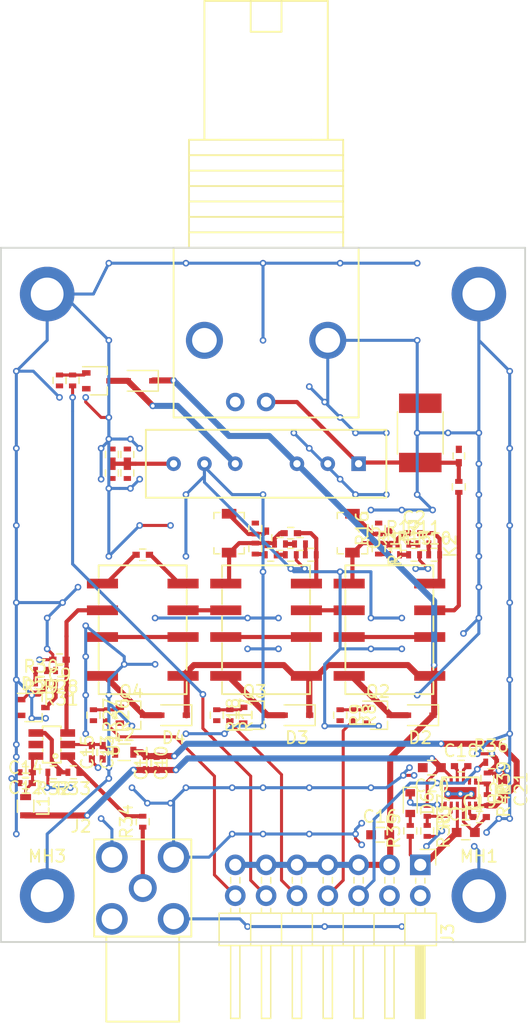
<source format=kicad_pcb>
(kicad_pcb (version 4) (host pcbnew 4.0.7)
  (layers (0 F.Cu signal) (1 In1.Cu signal hide) (2 In2.Cu signal hide) (31 B.Cu signal hide) (35 F.Paste user) (36 B.SilkS user) (37 F.SilkS user) (38 B.Mask user) (39 F.Mask user) (44 Edge.Cuts user))
  (net 0 "")
  (net 1 "Net-(C1-Pad1)")
  (net 2 GND)
  (net 3 "Net-(C2-Pad1)")
  (net 4 "Net-(C2-Pad2)")
  (net 5 "Net-(C3-Pad2)")
  (net 6 "Net-(C5-Pad1)")
  (net 7 "Net-(C5-Pad2)")
  (net 8 "Net-(C6-Pad2)")
  (net 9 "Net-(C8-Pad1)")
  (net 10 "Net-(C8-Pad2)")
  (net 11 /AMP)
  (net 12 -2V5)
  (net 13 +2V5)
  (net 14 VDD)
  (net 15 VSS)
  (net 16 +5VD)
  (net 17 +5VA)
  (net 18 "Net-(C18-Pad1)")
  (net 19 "Net-(C18-Pad2)")
  (net 20 "Net-(C19-Pad1)")
  (net 21 "Net-(D1-Pad2)")
  (net 22 "Net-(D2-Pad2)")
  (net 23 "Net-(D3-Pad2)")
  (net 24 "Net-(D4-Pad2)")
  (net 25 "Net-(D5-Pad3)")
  (net 26 "Net-(D6-Pad1)")
  (net 27 "Net-(D6-Pad2)")
  (net 28 "Net-(J2-Pad1)")
  (net 29 /CHANNEL_EN)
  (net 30 /TERM_EN)
  (net 31 /-20dB_EN)
  (net 32 /-40dB_EN)
  (net 33 /DC_CPL_EN)
  (net 34 "Net-(K1-Pad4)")
  (net 35 "Net-(K2-Pad6)")
  (net 36 /Attenuator/IN)
  (net 37 "Net-(K2-Pad2)")
  (net 38 /Attenuator/OUT)
  (net 39 "Net-(K3-Pad2)")
  (net 40 "Net-(K4-Pad2)")
  (net 41 "Net-(Q1-Pad1)")
  (net 42 "Net-(Q2-Pad1)")
  (net 43 "Net-(Q3-Pad1)")
  (net 44 "Net-(Q4-Pad1)")
  (net 45 "Net-(R10-Pad1)")
  (net 46 "Net-(R11-Pad1)")
  (net 47 "Net-(R13-Pad2)")
  (net 48 "Net-(R14-Pad2)")
  (net 49 "Net-(R19-Pad1)")
  (net 50 "Net-(R20-Pad1)")
  (net 51 "Net-(R22-Pad2)")
  (net 52 "Net-(R23-Pad2)")
  (net 53 "Net-(R28-Pad2)")
  (net 54 "Net-(R29-Pad2)")
  (net 55 "Net-(R32-Pad1)")
  (net 56 "Net-(R33-Pad1)")
  (net 57 "Net-(R37-Pad2)")
  (net 58 "Net-(R39-Pad2)")
  (module Capacitors_SMD:C_0402 (layer F.Cu) (at 167.259 84.455 90)
    (fp_text reference C1 hide)
    (fp_text value 10pF)
    (pad 1 smd rect (at -0.55 0 90) (size 0.6 0.5) (layers F.Cu F.Paste F.Mask) (net 1 "Net-(C1-Pad1)"))
    (pad 2 smd rect (at 0.55 0 90) (size 0.6 0.5) (layers F.Cu F.Paste F.Mask) (net 2 GND))
  )
  (module Capacitors_SMD:C_0402 (layer F.Cu) (at 163.576 90.805)
    (fp_text reference C2 (at 0 -1.27) (layer F.SilkS))
    (fp_text value 5.6pF)
    (pad 1 smd rect (at -0.55 0) (size 0.6 0.5) (layers F.Cu F.Paste F.Mask) (net 3 "Net-(C2-Pad1)"))
    (pad 2 smd rect (at 0.55 0) (size 0.6 0.5) (layers F.Cu F.Paste F.Mask) (net 4 "Net-(C2-Pad2)"))
  )
  (module Capacitors_SMD:C_0402 (layer F.Cu) (at 161.544 91.186 90)
    (fp_text reference C3 (at 0 -1.27 90) (layer F.SilkS))
    (fp_text value 39pF)
    (pad 1 smd rect (at -0.55 0 90) (size 0.6 0.5) (layers F.Cu F.Paste F.Mask) (net 3 "Net-(C2-Pad1)"))
    (pad 2 smd rect (at 0.55 0 90) (size 0.6 0.5) (layers F.Cu F.Paste F.Mask) (net 5 "Net-(C3-Pad2)"))
  )
  (module Capacitors_SMD:C_Trimmer_Murata_TZY2 (layer F.Cu) (at 158.496 90.805 90)
    (fp_text reference C4 hide)
    (fp_text value 3-10pF)
    (pad 1 smd rect (at -1.6 0 90) (size 0.8 1.2) (layers F.Cu F.Paste F.Mask) (net 3 "Net-(C2-Pad1)"))
    (pad 2 smd rect (at 1.6 0 90) (size 0.8 1.2) (layers F.Cu F.Paste F.Mask) (net 5 "Net-(C3-Pad2)"))
  )
  (module Capacitors_SMD:C_0402 (layer F.Cu) (at 153.416 90.805)
    (fp_text reference C5 hide)
    (fp_text value 5pF)
    (pad 1 smd rect (at -0.55 0) (size 0.6 0.5) (layers F.Cu F.Paste F.Mask) (net 6 "Net-(C5-Pad1)"))
    (pad 2 smd rect (at 0.55 0) (size 0.6 0.5) (layers F.Cu F.Paste F.Mask) (net 7 "Net-(C5-Pad2)"))
  )
  (module Capacitors_SMD:C_0402 (layer F.Cu) (at 151.384 91.186 90)
    (fp_text reference C6 hide)
    (fp_text value 470pF)
    (pad 1 smd rect (at -0.55 0 90) (size 0.6 0.5) (layers F.Cu F.Paste F.Mask) (net 6 "Net-(C5-Pad1)"))
    (pad 2 smd rect (at 0.55 0 90) (size 0.6 0.5) (layers F.Cu F.Paste F.Mask) (net 8 "Net-(C6-Pad2)"))
  )
  (module Capacitors_SMD:C_Trimmer_Murata_TZY2 (layer F.Cu) (at 148.336 90.805 90)
    (fp_text reference C7 hide)
    (fp_text value 8-45pF)
    (pad 1 smd rect (at -1.6 0 90) (size 0.8 1.2) (layers F.Cu F.Paste F.Mask) (net 6 "Net-(C5-Pad1)"))
    (pad 2 smd rect (at 1.6 0 90) (size 0.8 1.2) (layers F.Cu F.Paste F.Mask) (net 8 "Net-(C6-Pad2)"))
  )
  (module Capacitors_SMD:C_0402 (layer F.Cu) (at 141.224 92.583)
    (fp_text reference C8 hide)
    (fp_text value 22nF)
    (pad 1 smd rect (at -0.55 0) (size 0.6 0.5) (layers F.Cu F.Paste F.Mask) (net 9 "Net-(C8-Pad1)"))
    (pad 2 smd rect (at 0.55 0) (size 0.6 0.5) (layers F.Cu F.Paste F.Mask) (net 10 "Net-(C8-Pad2)"))
  )
  (module Capacitors_SMD:C_0402 (layer F.Cu) (at 134.366 101.219 180)
    (fp_text reference C9 (at 0 -1.27 180) (layer F.SilkS))
    (fp_text value 5pF)
    (pad 1 smd rect (at -0.55 0 180) (size 0.6 0.5) (layers F.Cu F.Paste F.Mask) (net 11 /AMP))
    (pad 2 smd rect (at 0.55 0 180) (size 0.6 0.5) (layers F.Cu F.Paste F.Mask) (net 2 GND))
  )
  (module Capacitors_SMD:C_0402 (layer F.Cu) (at 141.478 109.728 270)
    (fp_text reference C10 (at 0 -1.27 270) (layer F.SilkS))
    (fp_text value 0.1uF)
    (pad 1 smd rect (at -0.55 0 270) (size 0.6 0.5) (layers F.Cu F.Paste F.Mask) (net 12 -2V5))
    (pad 2 smd rect (at 0.55 0 270) (size 0.6 0.5) (layers F.Cu F.Paste F.Mask) (net 13 +2V5))
  )
  (module Capacitors_SMD:C_0402 (layer F.Cu) (at 142.367 109.728 90)
    (fp_text reference C11 (at 0 -1.27 90) (layer F.SilkS))
    (fp_text value 1nF)
    (pad 1 smd rect (at -0.55 0 90) (size 0.6 0.5) (layers F.Cu F.Paste F.Mask) (net 13 +2V5))
    (pad 2 smd rect (at 0.55 0 90) (size 0.6 0.5) (layers F.Cu F.Paste F.Mask) (net 12 -2V5))
  )
  (module Capacitors_SMD:C_0402 (layer F.Cu) (at 131.572 110.49 180)
    (fp_text reference C12 (at 0 -1.27 180) (layer F.SilkS))
    (fp_text value 1nF)
    (pad 1 smd rect (at -0.55 0 180) (size 0.6 0.5) (layers F.Cu F.Paste F.Mask) (net 14 VDD))
    (pad 2 smd rect (at 0.55 0 180) (size 0.6 0.5) (layers F.Cu F.Paste F.Mask) (net 2 GND))
  )
  (module Capacitors_SMD:C_0402 (layer F.Cu) (at 137.033 108.839 270)
    (fp_text reference C13 (at 0 -1.27 270) (layer F.SilkS))
    (fp_text value 1nF)
    (pad 1 smd rect (at -0.55 0 270) (size 0.6 0.5) (layers F.Cu F.Paste F.Mask) (net 15 VSS))
    (pad 2 smd rect (at 0.55 0 270) (size 0.6 0.5) (layers F.Cu F.Paste F.Mask) (net 2 GND))
  )
  (module Capacitors_SMD:C_0402 (layer F.Cu) (at 131.572 111.379)
    (fp_text reference C14 (at 0 -1.27) (layer F.SilkS))
    (fp_text value 0.1uF)
    (pad 1 smd rect (at -0.55 0) (size 0.6 0.5) (layers F.Cu F.Paste F.Mask) (net 2 GND))
    (pad 2 smd rect (at 0.55 0) (size 0.6 0.5) (layers F.Cu F.Paste F.Mask) (net 14 VDD))
  )
  (module Capacitors_SMD:C_0402 (layer F.Cu) (at 137.922 108.839 90)
    (fp_text reference C15 (at 0 -1.27 90) (layer F.SilkS))
    (fp_text value 0.1uF)
    (pad 1 smd rect (at -0.55 0 90) (size 0.6 0.5) (layers F.Cu F.Paste F.Mask) (net 2 GND))
    (pad 2 smd rect (at 0.55 0 90) (size 0.6 0.5) (layers F.Cu F.Paste F.Mask) (net 15 VSS))
  )
  (module Capacitors_SMD:C_0603 (layer F.Cu) (at 160.782 115.6335)
    (fp_text reference C16 (at 0 -1.5) (layer F.SilkS))
    (fp_text value 10uF)
    (pad 2 smd rect (at 0.75 0) (size 0.8 0.75) (layers F.Cu F.Paste F.Mask) (net 16 +5VD))
    (pad 1 smd rect (at -0.75 0) (size 0.8 0.75) (layers F.Cu F.Paste F.Mask) (net 2 GND))
  )
  (module Capacitors_SMD:C_0603 (layer F.Cu) (at 167.8305 115.443)
    (fp_text reference C17 (at 0 -1.5) (layer F.SilkS))
    (fp_text value 10uF)
    (pad 2 smd rect (at 0.75 0) (size 0.8 0.75) (layers F.Cu F.Paste F.Mask) (net 2 GND))
    (pad 1 smd rect (at -0.75 0) (size 0.8 0.75) (layers F.Cu F.Paste F.Mask) (net 17 +5VA))
  )
  (module Capacitors_SMD:C_0402 (layer F.Cu) (at 167.4495 109.982)
    (fp_text reference C18 (at 0 -1.27) (layer F.SilkS))
    (fp_text value 0.47uF)
    (pad 1 smd rect (at -0.55 0) (size 0.6 0.5) (layers F.Cu F.Paste F.Mask) (net 18 "Net-(C18-Pad1)"))
    (pad 2 smd rect (at 0.55 0) (size 0.6 0.5) (layers F.Cu F.Paste F.Mask) (net 19 "Net-(C18-Pad2)"))
  )
  (module Capacitors_SMD:C_0402 (layer F.Cu) (at 168.9735 114.173)
    (fp_text reference C19 (at 0 -1.27) (layer F.SilkS))
    (fp_text value 2.2uF)
    (pad 1 smd rect (at -0.55 0) (size 0.6 0.5) (layers F.Cu F.Paste F.Mask) (net 20 "Net-(C19-Pad1)"))
    (pad 2 smd rect (at 0.55 0) (size 0.6 0.5) (layers F.Cu F.Paste F.Mask) (net 2 GND))
  )
  (module Capacitors_SMD:C_0603 (layer F.Cu) (at 165.0365 110.109 180)
    (fp_text reference C20 (at 0 -1.5 180) (layer F.SilkS))
    (fp_text value 10uF)
    (pad 2 smd rect (at 0.75 0 180) (size 0.8 0.75) (layers F.Cu F.Paste F.Mask) (net 2 GND))
    (pad 1 smd rect (at -0.75 0 180) (size 0.8 0.75) (layers F.Cu F.Paste F.Mask) (net 13 +2V5))
  )
  (module Capacitors_SMD:C_0603 (layer F.Cu) (at 170.8785 111.887 270)
    (fp_text reference C21 (at 0 -1.5 270) (layer F.SilkS))
    (fp_text value 10uF)
    (pad 2 smd rect (at 0.75 0 270) (size 0.8 0.75) (layers F.Cu F.Paste F.Mask) (net 12 -2V5))
    (pad 1 smd rect (at -0.75 0 270) (size 0.8 0.75) (layers F.Cu F.Paste F.Mask) (net 2 GND))
  )
  (module Diodes_SMD:D_SOD-323 (layer F.Cu) (at 141.00175 78.26375 180)
    (fp_text reference D1 hide)
    (fp_text value 1N4148)
    (pad 1 smd rect (at -1.05 0 180) (size 0.6 0.45) (layers F.Cu F.Paste F.Mask) (net 16 +5VD))
    (pad 2 smd rect (at 1.05 0 180) (size 0.6 0.45) (layers F.Cu F.Paste F.Mask) (net 21 "Net-(D1-Pad2)"))
  )
  (module Diodes_SMD:D_SOD-323 (layer F.Cu) (at 164.084 105.791 180)
    (fp_text reference D2 (at 0 -1.85 180) (layer F.SilkS))
    (fp_text value 1N4148)
    (pad 1 smd rect (at -1.05 0 180) (size 0.6 0.45) (layers F.Cu F.Paste F.Mask) (net 16 +5VD))
    (pad 2 smd rect (at 1.05 0 180) (size 0.6 0.45) (layers F.Cu F.Paste F.Mask) (net 22 "Net-(D2-Pad2)"))
  )
  (module Diodes_SMD:D_SOD-323 (layer F.Cu) (at 153.924 105.791 180)
    (fp_text reference D3 (at 0 -1.85 180) (layer F.SilkS))
    (fp_text value 1N4148)
    (pad 1 smd rect (at -1.05 0 180) (size 0.6 0.45) (layers F.Cu F.Paste F.Mask) (net 16 +5VD))
    (pad 2 smd rect (at 1.05 0 180) (size 0.6 0.45) (layers F.Cu F.Paste F.Mask) (net 23 "Net-(D3-Pad2)"))
  )
  (module Diodes_SMD:D_SOD-323 (layer F.Cu) (at 143.764 105.791 180)
    (fp_text reference D4 (at 0 -1.85 180) (layer F.SilkS))
    (fp_text value 1N4148)
    (pad 1 smd rect (at -1.05 0 180) (size 0.6 0.45) (layers F.Cu F.Paste F.Mask) (net 16 +5VD))
    (pad 2 smd rect (at 1.05 0 180) (size 0.6 0.45) (layers F.Cu F.Paste F.Mask) (net 24 "Net-(D4-Pad2)"))
  )
  (module TO_SOT_Packages_SMD:SOT-323_SC-70 (layer F.Cu) (at 132.207 105.156)
    (fp_text reference D5 (at -0.05 -1.95) (layer F.SilkS))
    (fp_text value BAV99)
    (pad 1 smd rect (at -1 -0.65 270) (size 0.45 0.7) (layers F.Cu F.Paste F.Mask) (net 2 GND))
    (pad 2 smd rect (at -1 0.65 270) (size 0.45 0.7) (layers F.Cu F.Paste F.Mask) (net 2 GND))
    (pad 3 smd rect (at 1 0 270) (size 0.45 0.7) (layers F.Cu F.Paste F.Mask) (net 25 "Net-(D5-Pad3)"))
  )
  (module Diodes_SMD:D_0603 (layer F.Cu) (at 163.2585 113.03 270)
    (fp_text reference D6 (at 0 -1.4 270) (layer F.SilkS))
    (fp_text value "Green LED")
    (pad 1 smd rect (at -0.85 0 270) (size 0.6 0.8) (layers F.Cu F.Paste F.Mask) (net 26 "Net-(D6-Pad1)"))
    (pad 2 smd rect (at 0.85 0 270) (size 0.6 0.8) (layers F.Cu F.Paste F.Mask) (net 27 "Net-(D6-Pad2)"))
  )
  (module Resistors_SMD:R_1812 (layer F.Cu) (at 164.084 82.55 90)
    (fp_text reference GDT1 hide)
    (fp_text value GDT)
    (pad 1 smd rect (at -2.44 0 90) (size 1.6 3.5) (layers F.Cu F.Paste F.Mask) (net 1 "Net-(C1-Pad1)"))
    (pad 2 smd rect (at 2.44 0 90) (size 1.6 3.5) (layers F.Cu F.Paste F.Mask) (net 2 GND))
  )
  (module DSO:BNC (layer F.Cu) (at 151.384 77.47)
    (fp_text reference J1 hide)
    (fp_text value BNC)
    (pad 2 thru_hole circle (at -5.08 -2.54) (size 3.048 3.048) (drill 2.032) (layers *.Cu *.Mask) (net 2 GND))
    (pad 2 thru_hole circle (at 5.08 -2.54) (size 3.048 3.048) (drill 2.032) (layers *.Cu *.Mask) (net 2 GND))
    (pad 1 thru_hole circle (at 0 2.54) (size 1.524 1.524) (drill 0.889) (layers *.Cu *.Mask) (net 1 "Net-(C1-Pad1)"))
    (pad 2 thru_hole circle (at -2.54 2.54) (size 1.524 1.524) (drill 0.889) (layers *.Cu *.Mask) (net 2 GND))
  )
  (module DSO:SMA (layer F.Cu) (at 141.224 120.015 180)
    (fp_text reference J2 (at 5.08 5.08 180) (layer F.SilkS))
    (fp_text value SMA)
    (pad 2 thru_hole circle (at -2.54 2.54 180) (size 2.6 2.6) (drill 1.7) (layers *.Cu *.Mask) (net 2 GND))
    (pad 2 thru_hole circle (at 2.54 2.54 180) (size 2.6 2.6) (drill 1.7) (layers *.Cu *.Mask) (net 2 GND))
    (pad 2 thru_hole circle (at 2.54 -2.54 180) (size 2.6 2.6) (drill 1.7) (layers *.Cu *.Mask) (net 2 GND))
    (pad 1 thru_hole circle (at 0 0 180) (size 2.3 2.3) (drill 1.5) (layers *.Cu *.Mask) (net 28 "Net-(J2-Pad1)"))
    (pad 2 thru_hole circle (at -2.54 -2.54 180) (size 2.6 2.6) (drill 1.7) (layers *.Cu *.Mask) (net 2 GND))
  )
  (module DSO:FTR-B3G (layer F.Cu) (at 161.544 97.155 90)
    (fp_text reference K2 (at 5.298 4.99 90) (layer F.SilkS))
    (fp_text value FTR-B3GA)
    (pad 8 smd rect (at -5.4 -3.32 90) (size 0.8 2.56) (layers F.Cu F.Paste F.Mask) (net 22 "Net-(D2-Pad2)"))
    (pad 1 smd rect (at -5.4 3.32 90) (size 0.8 2.56) (layers F.Cu F.Paste F.Mask) (net 16 +5VD))
    (pad 5 smd rect (at 2.2 -3.32 90) (size 0.8 2.56) (layers F.Cu F.Paste F.Mask) (net 3 "Net-(C2-Pad1)"))
    (pad 6 smd rect (at 0 -3.32 90) (size 0.8 2.56) (layers F.Cu F.Paste F.Mask) (net 35 "Net-(K2-Pad6)"))
    (pad 4 smd rect (at 2.2 3.32 90) (size 0.8 2.56) (layers F.Cu F.Paste F.Mask) (net 4 "Net-(C2-Pad2)"))
    (pad 3 smd rect (at 0 3.32 90) (size 0.8 2.56) (layers F.Cu F.Paste F.Mask) (net 36 /Attenuator/IN))
    (pad 7 smd rect (at -2.2 -3.32 90) (size 0.8 2.56) (layers F.Cu F.Paste F.Mask) (net 37 "Net-(K2-Pad2)"))
    (pad 2 smd rect (at -2.2 3.32 90) (size 0.8 2.56) (layers F.Cu F.Paste F.Mask) (net 37 "Net-(K2-Pad2)"))
  )
  (module DSO:FTR-B3G (layer F.Cu) (at 151.384 97.155 90)
    (fp_text reference K3 hide)
    (fp_text value FTR-B3GA)
    (pad 8 smd rect (at -5.4 -3.32 90) (size 0.8 2.56) (layers F.Cu F.Paste F.Mask) (net 23 "Net-(D3-Pad2)"))
    (pad 1 smd rect (at -5.4 3.32 90) (size 0.8 2.56) (layers F.Cu F.Paste F.Mask) (net 16 +5VD))
    (pad 5 smd rect (at 2.2 -3.32 90) (size 0.8 2.56) (layers F.Cu F.Paste F.Mask) (net 6 "Net-(C5-Pad1)"))
    (pad 6 smd rect (at 0 -3.32 90) (size 0.8 2.56) (layers F.Cu F.Paste F.Mask) (net 38 /Attenuator/OUT))
    (pad 4 smd rect (at 2.2 3.32 90) (size 0.8 2.56) (layers F.Cu F.Paste F.Mask) (net 7 "Net-(C5-Pad2)"))
    (pad 3 smd rect (at 0 3.32 90) (size 0.8 2.56) (layers F.Cu F.Paste F.Mask) (net 35 "Net-(K2-Pad6)"))
    (pad 7 smd rect (at -2.2 -3.32 90) (size 0.8 2.56) (layers F.Cu F.Paste F.Mask) (net 39 "Net-(K3-Pad2)"))
    (pad 2 smd rect (at -2.2 3.32 90) (size 0.8 2.56) (layers F.Cu F.Paste F.Mask) (net 39 "Net-(K3-Pad2)"))
  )
  (module DSO:FTR-B3G (layer F.Cu) (at 141.224 97.155 90)
    (fp_text reference K4 hide)
    (fp_text value FTR-B3GA)
    (pad 8 smd rect (at -5.4 -3.32 90) (size 0.8 2.56) (layers F.Cu F.Paste F.Mask) (net 24 "Net-(D4-Pad2)"))
    (pad 1 smd rect (at -5.4 3.32 90) (size 0.8 2.56) (layers F.Cu F.Paste F.Mask) (net 16 +5VD))
    (pad 5 smd rect (at 2.2 -3.32 90) (size 0.8 2.56) (layers F.Cu F.Paste F.Mask) (net 9 "Net-(C8-Pad1)"))
    (pad 6 smd rect (at 0 -3.32 90) (size 0.8 2.56) (layers F.Cu F.Paste F.Mask) (net 11 /AMP))
    (pad 4 smd rect (at 2.2 3.32 90) (size 0.8 2.56) (layers F.Cu F.Paste F.Mask) (net 10 "Net-(C8-Pad2)"))
    (pad 3 smd rect (at 0 3.32 90) (size 0.8 2.56) (layers F.Cu F.Paste F.Mask) (net 38 /Attenuator/OUT))
    (pad 7 smd rect (at -2.2 -3.32 90) (size 0.8 2.56) (layers F.Cu F.Paste F.Mask) (net 40 "Net-(K4-Pad2)"))
    (pad 2 smd rect (at -2.2 3.32 90) (size 0.8 2.56) (layers F.Cu F.Paste F.Mask) (net 40 "Net-(K4-Pad2)"))
  )
  (module Resistors_SMD:R_0603 (layer F.Cu) (at 131.572 113.284 270)
    (fp_text reference L1 (at 0 -1.45 270) (layer F.SilkS))
    (fp_text value "150 OHM @ 100 MHz")
    (pad 1 smd rect (at -0.75 0 270) (size 0.5 0.9) (layers F.Cu F.Paste F.Mask) (net 14 VDD))
    (pad 2 smd rect (at 0.75 0 270) (size 0.5 0.9) (layers F.Cu F.Paste F.Mask) (net 13 +2V5))
  )
  (module Resistors_SMD:R_0603 (layer F.Cu) (at 139.7 108.839)
    (fp_text reference L2 (at 0 -1.45) (layer F.SilkS))
    (fp_text value "150 OHM @ 100 MHz")
    (pad 1 smd rect (at -0.75 0) (size 0.5 0.9) (layers F.Cu F.Paste F.Mask) (net 15 VSS))
    (pad 2 smd rect (at 0.75 0) (size 0.5 0.9) (layers F.Cu F.Paste F.Mask) (net 12 -2V5))
  )
  (module Mounting_Holes:MountingHole_2.7mm_M2.5_ISO14580_Pad (layer F.Cu) (at 168.91 120.65)
    (fp_text reference MH1 (at 0 -3.25) (layer F.SilkS))
    (fp_text value "Mounting Hole")
    (pad 1 thru_hole circle (at 0 0) (size 4.5 4.5) (drill 2.7) (layers *.Cu *.Mask) (net 2 GND))
  )
  (module Mounting_Holes:MountingHole_2.7mm_M2.5_ISO14580_Pad (layer F.Cu) (at 168.91 71.12)
    (fp_text reference MH2 hide)
    (fp_text value "Mounting Hole")
    (pad 1 thru_hole circle (at 0 0) (size 4.5 4.5) (drill 2.7) (layers *.Cu *.Mask) (net 2 GND))
  )
  (module Mounting_Holes:MountingHole_2.7mm_M2.5_ISO14580_Pad (layer F.Cu) (at 133.35 120.65)
    (fp_text reference MH3 (at 0 -3.25) (layer F.SilkS))
    (fp_text value "Mounting Hole")
    (pad 1 thru_hole circle (at 0 0) (size 4.5 4.5) (drill 2.7) (layers *.Cu *.Mask) (net 2 GND))
  )
  (module Mounting_Holes:MountingHole_2.7mm_M2.5_ISO14580_Pad (layer F.Cu) (at 133.35 71.12)
    (fp_text reference MH4 hide)
    (fp_text value "Mounting Hole")
    (pad 1 thru_hole circle (at 0 0) (size 4.5 4.5) (drill 2.7) (layers *.Cu *.Mask) (net 2 GND))
  )
  (module TO_SOT_Packages_SMD:SOT-323_SC-70 (layer F.Cu) (at 137.57275 78.26375)
    (fp_text reference Q1 hide)
    (fp_text value DMN62D0UW)
    (pad 1 smd rect (at -1 -0.65 270) (size 0.45 0.7) (layers F.Cu F.Paste F.Mask) (net 41 "Net-(Q1-Pad1)"))
    (pad 2 smd rect (at -1 0.65 270) (size 0.45 0.7) (layers F.Cu F.Paste F.Mask) (net 2 GND))
    (pad 3 smd rect (at 1 0 270) (size 0.45 0.7) (layers F.Cu F.Paste F.Mask) (net 21 "Net-(D1-Pad2)"))
  )
  (module TO_SOT_Packages_SMD:SOT-323_SC-70 (layer F.Cu) (at 160.655 105.791)
    (fp_text reference Q2 (at -0.05 -1.95) (layer F.SilkS))
    (fp_text value DMN62D0UW)
    (pad 1 smd rect (at -1 -0.65 270) (size 0.45 0.7) (layers F.Cu F.Paste F.Mask) (net 42 "Net-(Q2-Pad1)"))
    (pad 2 smd rect (at -1 0.65 270) (size 0.45 0.7) (layers F.Cu F.Paste F.Mask) (net 2 GND))
    (pad 3 smd rect (at 1 0 270) (size 0.45 0.7) (layers F.Cu F.Paste F.Mask) (net 22 "Net-(D2-Pad2)"))
  )
  (module TO_SOT_Packages_SMD:SOT-323_SC-70 (layer F.Cu) (at 150.495 105.791)
    (fp_text reference Q3 (at -0.05 -1.95) (layer F.SilkS))
    (fp_text value DMN62D0UW)
    (pad 1 smd rect (at -1 -0.65 270) (size 0.45 0.7) (layers F.Cu F.Paste F.Mask) (net 43 "Net-(Q3-Pad1)"))
    (pad 2 smd rect (at -1 0.65 270) (size 0.45 0.7) (layers F.Cu F.Paste F.Mask) (net 2 GND))
    (pad 3 smd rect (at 1 0 270) (size 0.45 0.7) (layers F.Cu F.Paste F.Mask) (net 23 "Net-(D3-Pad2)"))
  )
  (module TO_SOT_Packages_SMD:SOT-323_SC-70 (layer F.Cu) (at 140.335 105.791)
    (fp_text reference Q4 (at -0.05 -1.95) (layer F.SilkS))
    (fp_text value DMN62D0UW)
    (pad 1 smd rect (at -1 -0.65 270) (size 0.45 0.7) (layers F.Cu F.Paste F.Mask) (net 44 "Net-(Q4-Pad1)"))
    (pad 2 smd rect (at -1 0.65 270) (size 0.45 0.7) (layers F.Cu F.Paste F.Mask) (net 2 GND))
    (pad 3 smd rect (at 1 0 270) (size 0.45 0.7) (layers F.Cu F.Paste F.Mask) (net 24 "Net-(D4-Pad2)"))
  )
  (module Resistors_SMD:R_0402 (layer F.Cu) (at 135.4455 78.232 270)
    (fp_text reference R1 hide)
    (fp_text value 1k)
    (pad 1 smd rect (at -0.45 0 270) (size 0.4 0.6) (layers F.Cu F.Paste F.Mask) (net 41 "Net-(Q1-Pad1)"))
    (pad 2 smd rect (at 0.45 0 270) (size 0.4 0.6) (layers F.Cu F.Paste F.Mask) (net 30 /TERM_EN))
  )
  (module Resistors_SMD:R_0402 (layer F.Cu) (at 134.366 78.232 270)
    (fp_text reference R2 hide)
    (fp_text value 10k)
    (pad 1 smd rect (at -0.45 0 270) (size 0.4 0.6) (layers F.Cu F.Paste F.Mask) (net 41 "Net-(Q1-Pad1)"))
    (pad 2 smd rect (at 0.45 0 270) (size 0.4 0.6) (layers F.Cu F.Paste F.Mask) (net 2 GND))
  )
  (module Resistors_SMD:R_0402 (layer F.Cu) (at 139.954 84.328 90)
    (fp_text reference R3 hide)
    (fp_text value 200)
    (pad 1 smd rect (at -0.45 0 90) (size 0.4 0.6) (layers F.Cu F.Paste F.Mask) (net 34 "Net-(K1-Pad4)"))
    (pad 2 smd rect (at 0.45 0 90) (size 0.4 0.6) (layers F.Cu F.Paste F.Mask) (net 2 GND))
  )
  (module Resistors_SMD:R_0402 (layer F.Cu) (at 139.954 85.852 270)
    (fp_text reference R4 hide)
    (fp_text value 200)
    (pad 1 smd rect (at -0.45 0 270) (size 0.4 0.6) (layers F.Cu F.Paste F.Mask) (net 34 "Net-(K1-Pad4)"))
    (pad 2 smd rect (at 0.45 0 270) (size 0.4 0.6) (layers F.Cu F.Paste F.Mask) (net 2 GND))
  )
  (module Resistors_SMD:R_0402 (layer F.Cu) (at 138.684 85.852 270)
    (fp_text reference R5 hide)
    (fp_text value 200)
    (pad 1 smd rect (at -0.45 0 270) (size 0.4 0.6) (layers F.Cu F.Paste F.Mask) (net 34 "Net-(K1-Pad4)"))
    (pad 2 smd rect (at 0.45 0 270) (size 0.4 0.6) (layers F.Cu F.Paste F.Mask) (net 2 GND))
  )
  (module Resistors_SMD:R_0402 (layer F.Cu) (at 138.684 84.328 90)
    (fp_text reference R6 hide)
    (fp_text value 200)
    (pad 1 smd rect (at -0.45 0 90) (size 0.4 0.6) (layers F.Cu F.Paste F.Mask) (net 34 "Net-(K1-Pad4)"))
    (pad 2 smd rect (at 0.45 0 90) (size 0.4 0.6) (layers F.Cu F.Paste F.Mask) (net 2 GND))
  )
  (module Resistors_SMD:R_0402 (layer F.Cu) (at 167.259 86.995 90)
    (fp_text reference R7 hide)
    (fp_text value 33)
    (pad 1 smd rect (at -0.45 0 90) (size 0.4 0.6) (layers F.Cu F.Paste F.Mask) (net 36 /Attenuator/IN))
    (pad 2 smd rect (at 0.45 0 90) (size 0.4 0.6) (layers F.Cu F.Paste F.Mask) (net 1 "Net-(C1-Pad1)"))
  )
  (module Resistors_SMD:R_0402 (layer F.Cu) (at 158.5595 105.791 270)
    (fp_text reference R8 (at 0 -1.35 270) (layer F.SilkS))
    (fp_text value 1k)
    (pad 1 smd rect (at -0.45 0 270) (size 0.4 0.6) (layers F.Cu F.Paste F.Mask) (net 42 "Net-(Q2-Pad1)"))
    (pad 2 smd rect (at 0.45 0 270) (size 0.4 0.6) (layers F.Cu F.Paste F.Mask) (net 31 /-20dB_EN))
  )
  (module Resistors_SMD:R_0402 (layer F.Cu) (at 157.48 105.791 270)
    (fp_text reference R9 (at 0 -1.35 270) (layer F.SilkS))
    (fp_text value 10k)
    (pad 1 smd rect (at -0.45 0 270) (size 0.4 0.6) (layers F.Cu F.Paste F.Mask) (net 42 "Net-(Q2-Pad1)"))
    (pad 2 smd rect (at 0.45 0 270) (size 0.4 0.6) (layers F.Cu F.Paste F.Mask) (net 2 GND))
  )
  (module Resistors_SMD:R_0402 (layer F.Cu) (at 165.227 92.583)
    (fp_text reference R10 (at 0 -1.35) (layer F.SilkS))
    (fp_text value 300k)
    (pad 1 smd rect (at -0.45 0) (size 0.4 0.6) (layers F.Cu F.Paste F.Mask) (net 45 "Net-(R10-Pad1)"))
    (pad 2 smd rect (at 0.45 0) (size 0.4 0.6) (layers F.Cu F.Paste F.Mask) (net 4 "Net-(C2-Pad2)"))
  )
  (module Resistors_SMD:R_0402 (layer F.Cu) (at 164.338 91.694)
    (fp_text reference R11 (at 0 -1.35) (layer F.SilkS))
    (fp_text value 300k)
    (pad 1 smd rect (at -0.45 0) (size 0.4 0.6) (layers F.Cu F.Paste F.Mask) (net 46 "Net-(R11-Pad1)"))
    (pad 2 smd rect (at 0.45 0) (size 0.4 0.6) (layers F.Cu F.Paste F.Mask) (net 45 "Net-(R10-Pad1)"))
  )
  (module Resistors_SMD:R_0402 (layer F.Cu) (at 162.687 91.694)
    (fp_text reference R12 (at 0 -1.35) (layer F.SilkS))
    (fp_text value 300k)
    (pad 1 smd rect (at -0.45 0) (size 0.4 0.6) (layers F.Cu F.Paste F.Mask) (net 3 "Net-(C2-Pad1)"))
    (pad 2 smd rect (at 0.45 0) (size 0.4 0.6) (layers F.Cu F.Paste F.Mask) (net 46 "Net-(R11-Pad1)"))
  )
  (module Resistors_SMD:R_0402 (layer F.Cu) (at 160.655 92.075 270)
    (fp_text reference R13 (at 0 -1.35 270) (layer F.SilkS))
    (fp_text value 39k)
    (pad 1 smd rect (at -0.45 0 270) (size 0.4 0.6) (layers F.Cu F.Paste F.Mask) (net 3 "Net-(C2-Pad1)"))
    (pad 2 smd rect (at 0.45 0 270) (size 0.4 0.6) (layers F.Cu F.Paste F.Mask) (net 47 "Net-(R13-Pad2)"))
  )
  (module Resistors_SMD:R_0402 (layer F.Cu) (at 161.925 92.583)
    (fp_text reference R14 (at 0 -1.35) (layer F.SilkS))
    (fp_text value 39k)
    (pad 1 smd rect (at -0.45 0) (size 0.4 0.6) (layers F.Cu F.Paste F.Mask) (net 47 "Net-(R13-Pad2)"))
    (pad 2 smd rect (at 0.45 0) (size 0.4 0.6) (layers F.Cu F.Paste F.Mask) (net 48 "Net-(R14-Pad2)"))
  )
  (module Resistors_SMD:R_0402 (layer F.Cu) (at 163.576 92.583)
    (fp_text reference R15 (at 0 -1.35) (layer F.SilkS))
    (fp_text value 33.2k)
    (pad 1 smd rect (at -0.45 0) (size 0.4 0.6) (layers F.Cu F.Paste F.Mask) (net 48 "Net-(R14-Pad2)"))
    (pad 2 smd rect (at 0.45 0) (size 0.4 0.6) (layers F.Cu F.Paste F.Mask) (net 2 GND))
  )
  (module Resistors_SMD:R_0402 (layer F.Cu) (at 160.655 90.424 90)
    (fp_text reference R16 (at 0 -1.35 90) (layer F.SilkS))
    (fp_text value TBD)
    (pad 1 smd rect (at -0.45 0 90) (size 0.4 0.6) (layers F.Cu F.Paste F.Mask) (net 5 "Net-(C3-Pad2)"))
    (pad 2 smd rect (at 0.45 0 90) (size 0.4 0.6) (layers F.Cu F.Paste F.Mask) (net 2 GND))
  )
  (module Resistors_SMD:R_0402 (layer F.Cu) (at 148.3995 105.791 270)
    (fp_text reference R17 (at 0 -1.35 270) (layer F.SilkS))
    (fp_text value 1k)
    (pad 1 smd rect (at -0.45 0 270) (size 0.4 0.6) (layers F.Cu F.Paste F.Mask) (net 43 "Net-(Q3-Pad1)"))
    (pad 2 smd rect (at 0.45 0 270) (size 0.4 0.6) (layers F.Cu F.Paste F.Mask) (net 32 /-40dB_EN))
  )
  (module Resistors_SMD:R_0402 (layer F.Cu) (at 147.32 105.791 270)
    (fp_text reference R18 (at 0 -1.35 270) (layer F.SilkS))
    (fp_text value 10k)
    (pad 1 smd rect (at -0.45 0 270) (size 0.4 0.6) (layers F.Cu F.Paste F.Mask) (net 43 "Net-(Q3-Pad1)"))
    (pad 2 smd rect (at 0.45 0 270) (size 0.4 0.6) (layers F.Cu F.Paste F.Mask) (net 2 GND))
  )
  (module Resistors_SMD:R_0402 (layer F.Cu) (at 155.067 92.583)
    (fp_text reference R19 hide)
    (fp_text value 330k)
    (pad 1 smd rect (at -0.45 0) (size 0.4 0.6) (layers F.Cu F.Paste F.Mask) (net 49 "Net-(R19-Pad1)"))
    (pad 2 smd rect (at 0.45 0) (size 0.4 0.6) (layers F.Cu F.Paste F.Mask) (net 7 "Net-(C5-Pad2)"))
  )
  (module Resistors_SMD:R_0402 (layer F.Cu) (at 154.178 91.694)
    (fp_text reference R20 hide)
    (fp_text value 330k)
    (pad 1 smd rect (at -0.45 0) (size 0.4 0.6) (layers F.Cu F.Paste F.Mask) (net 50 "Net-(R20-Pad1)"))
    (pad 2 smd rect (at 0.45 0) (size 0.4 0.6) (layers F.Cu F.Paste F.Mask) (net 49 "Net-(R19-Pad1)"))
  )
  (module Resistors_SMD:R_0402 (layer F.Cu) (at 152.527 91.694)
    (fp_text reference R21 hide)
    (fp_text value 330k)
    (pad 1 smd rect (at -0.45 0) (size 0.4 0.6) (layers F.Cu F.Paste F.Mask) (net 6 "Net-(C5-Pad1)"))
    (pad 2 smd rect (at 0.45 0) (size 0.4 0.6) (layers F.Cu F.Paste F.Mask) (net 50 "Net-(R20-Pad1)"))
  )
  (module Resistors_SMD:R_0402 (layer F.Cu) (at 150.495 92.075 270)
    (fp_text reference R22 hide)
    (fp_text value 3.3k)
    (pad 1 smd rect (at -0.45 0 270) (size 0.4 0.6) (layers F.Cu F.Paste F.Mask) (net 6 "Net-(C5-Pad1)"))
    (pad 2 smd rect (at 0.45 0 270) (size 0.4 0.6) (layers F.Cu F.Paste F.Mask) (net 51 "Net-(R22-Pad2)"))
  )
  (module Resistors_SMD:R_0402 (layer F.Cu) (at 151.765 92.583)
    (fp_text reference R23 hide)
    (fp_text value 3.4k)
    (pad 1 smd rect (at -0.45 0) (size 0.4 0.6) (layers F.Cu F.Paste F.Mask) (net 51 "Net-(R22-Pad2)"))
    (pad 2 smd rect (at 0.45 0) (size 0.4 0.6) (layers F.Cu F.Paste F.Mask) (net 52 "Net-(R23-Pad2)"))
  )
  (module Resistors_SMD:R_0402 (layer F.Cu) (at 153.416 92.583)
    (fp_text reference R24 hide)
    (fp_text value 3.4k)
    (pad 1 smd rect (at -0.45 0) (size 0.4 0.6) (layers F.Cu F.Paste F.Mask) (net 52 "Net-(R23-Pad2)"))
    (pad 2 smd rect (at 0.45 0) (size 0.4 0.6) (layers F.Cu F.Paste F.Mask) (net 2 GND))
  )
  (module Resistors_SMD:R_0402 (layer F.Cu) (at 150.495 90.424 90)
    (fp_text reference R25 hide)
    (fp_text value TBD)
    (pad 1 smd rect (at -0.45 0 90) (size 0.4 0.6) (layers F.Cu F.Paste F.Mask) (net 8 "Net-(C6-Pad2)"))
    (pad 2 smd rect (at 0.45 0 90) (size 0.4 0.6) (layers F.Cu F.Paste F.Mask) (net 2 GND))
  )
  (module Resistors_SMD:R_0402 (layer F.Cu) (at 138.2395 105.791 270)
    (fp_text reference R26 (at 0 -1.35 270) (layer F.SilkS))
    (fp_text value 1k)
    (pad 1 smd rect (at -0.45 0 270) (size 0.4 0.6) (layers F.Cu F.Paste F.Mask) (net 44 "Net-(Q4-Pad1)"))
    (pad 2 smd rect (at 0.45 0 270) (size 0.4 0.6) (layers F.Cu F.Paste F.Mask) (net 33 /DC_CPL_EN))
  )
  (module Resistors_SMD:R_0402 (layer F.Cu) (at 137.16 105.791 270)
    (fp_text reference R27 (at 0 -1.35 270) (layer F.SilkS))
    (fp_text value 10k)
    (pad 1 smd rect (at -0.45 0 270) (size 0.4 0.6) (layers F.Cu F.Paste F.Mask) (net 44 "Net-(Q4-Pad1)"))
    (pad 2 smd rect (at 0.45 0 270) (size 0.4 0.6) (layers F.Cu F.Paste F.Mask) (net 2 GND))
  )
  (module Resistors_SMD:R_0402 (layer F.Cu) (at 134.493 102.108 180)
    (fp_text reference R28 (at 0 -1.35 180) (layer F.SilkS))
    (fp_text value 390k)
    (pad 1 smd rect (at -0.45 0 180) (size 0.4 0.6) (layers F.Cu F.Paste F.Mask) (net 11 /AMP))
    (pad 2 smd rect (at 0.45 0 180) (size 0.4 0.6) (layers F.Cu F.Paste F.Mask) (net 53 "Net-(R28-Pad2)"))
  )
  (module Resistors_SMD:R_0402 (layer F.Cu) (at 132.842 102.108 180)
    (fp_text reference R29 (at 0 -1.35 180) (layer F.SilkS))
    (fp_text value 390k)
    (pad 1 smd rect (at -0.45 0 180) (size 0.4 0.6) (layers F.Cu F.Paste F.Mask) (net 53 "Net-(R28-Pad2)"))
    (pad 2 smd rect (at 0.45 0 180) (size 0.4 0.6) (layers F.Cu F.Paste F.Mask) (net 54 "Net-(R29-Pad2)"))
  )
  (module Resistors_SMD:R_0402 (layer F.Cu) (at 132.842 103.124)
    (fp_text reference R30 (at 0 -1.35) (layer F.SilkS))
    (fp_text value 332k)
    (pad 1 smd rect (at -0.45 0) (size 0.4 0.6) (layers F.Cu F.Paste F.Mask) (net 54 "Net-(R29-Pad2)"))
    (pad 2 smd rect (at 0.45 0) (size 0.4 0.6) (layers F.Cu F.Paste F.Mask) (net 2 GND))
  )
  (module Resistors_SMD:R_0402 (layer F.Cu) (at 134.493 103.124 180)
    (fp_text reference R31 (at 0 -1.35 180) (layer F.SilkS))
    (fp_text value 3.3k)
    (pad 1 smd rect (at -0.45 0 180) (size 0.4 0.6) (layers F.Cu F.Paste F.Mask) (net 11 /AMP))
    (pad 2 smd rect (at 0.45 0 180) (size 0.4 0.6) (layers F.Cu F.Paste F.Mask) (net 25 "Net-(D5-Pad3)"))
  )
  (module Resistors_SMD:R_0402 (layer F.Cu) (at 133.858 110.49 180)
    (fp_text reference R32 (at 0 -1.35 180) (layer F.SilkS))
    (fp_text value 180)
    (pad 1 smd rect (at -0.45 0 180) (size 0.4 0.6) (layers F.Cu F.Paste F.Mask) (net 55 "Net-(R32-Pad1)"))
    (pad 2 smd rect (at 0.45 0 180) (size 0.4 0.6) (layers F.Cu F.Paste F.Mask) (net 2 GND))
  )
  (module Resistors_SMD:R_0402 (layer F.Cu) (at 135.509 110.49 180)
    (fp_text reference R33 (at 0 -1.35 180) (layer F.SilkS))
    (fp_text value 1.62k)
    (pad 1 smd rect (at -0.45 0 180) (size 0.4 0.6) (layers F.Cu F.Paste F.Mask) (net 56 "Net-(R33-Pad1)"))
    (pad 2 smd rect (at 0.45 0 180) (size 0.4 0.6) (layers F.Cu F.Paste F.Mask) (net 55 "Net-(R32-Pad1)"))
  )
  (module Resistors_SMD:R_0402 (layer F.Cu) (at 141.224 114.554 90)
    (fp_text reference R34 (at 0 -1.35 90) (layer F.SilkS))
    (fp_text value 50)
    (pad 1 smd rect (at -0.45 0 90) (size 0.4 0.6) (layers F.Cu F.Paste F.Mask) (net 28 "Net-(J2-Pad1)"))
    (pad 2 smd rect (at 0.45 0 90) (size 0.4 0.6) (layers F.Cu F.Paste F.Mask) (net 56 "Net-(R33-Pad1)"))
  )
  (module Resistors_SMD:R_0402 (layer F.Cu) (at 163.2585 115.316 90)
    (fp_text reference R35 (at 0 -1.35 90) (layer F.SilkS))
    (fp_text value 1k)
    (pad 1 smd rect (at -0.45 0 90) (size 0.4 0.6) (layers F.Cu F.Paste F.Mask) (net 17 +5VA))
    (pad 2 smd rect (at 0.45 0 90) (size 0.4 0.6) (layers F.Cu F.Paste F.Mask) (net 27 "Net-(D6-Pad2)"))
  )
  (module Resistors_SMD:R_0402 (layer F.Cu) (at 169.926 109.6645)
    (fp_text reference R36 (at 0 -1.35) (layer F.SilkS))
    (fp_text value 10k)
    (pad 1 smd rect (at -0.45 0) (size 0.4 0.6) (layers F.Cu F.Paste F.Mask) (net 29 /CHANNEL_EN))
    (pad 2 smd rect (at 0.45 0) (size 0.4 0.6) (layers F.Cu F.Paste F.Mask) (net 2 GND))
  )
  (module Resistors_SMD:R_0402 (layer F.Cu) (at 164.6555 113.665 270)
    (fp_text reference R37 (at 0 -1.35 270) (layer F.SilkS))
    (fp_text value 107k)
    (pad 1 smd rect (at -0.45 0 270) (size 0.4 0.6) (layers F.Cu F.Paste F.Mask) (net 13 +2V5))
    (pad 2 smd rect (at 0.45 0 270) (size 0.4 0.6) (layers F.Cu F.Paste F.Mask) (net 57 "Net-(R37-Pad2)"))
  )
  (module Resistors_SMD:R_0402 (layer F.Cu) (at 164.6555 115.316 270)
    (fp_text reference R38 (at 0 -1.35 270) (layer F.SilkS))
    (fp_text value 100k)
    (pad 1 smd rect (at -0.45 0 270) (size 0.4 0.6) (layers F.Cu F.Paste F.Mask) (net 57 "Net-(R37-Pad2)"))
    (pad 2 smd rect (at 0.45 0 270) (size 0.4 0.6) (layers F.Cu F.Paste F.Mask) (net 2 GND))
  )
  (module Resistors_SMD:R_0402 (layer F.Cu) (at 169.6085 110.998 270)
    (fp_text reference R39 (at 0 -1.35 270) (layer F.SilkS))
    (fp_text value 100k)
    (pad 1 smd rect (at -0.45 0 270) (size 0.4 0.6) (layers F.Cu F.Paste F.Mask) (net 2 GND))
    (pad 2 smd rect (at 0.45 0 270) (size 0.4 0.6) (layers F.Cu F.Paste F.Mask) (net 58 "Net-(R39-Pad2)"))
  )
  (module Resistors_SMD:R_0402 (layer F.Cu) (at 169.6085 112.776 270)
    (fp_text reference R40 (at 0 -1.35 270) (layer F.SilkS))
    (fp_text value 105k)
    (pad 1 smd rect (at -0.45 0 270) (size 0.4 0.6) (layers F.Cu F.Paste F.Mask) (net 58 "Net-(R39-Pad2)"))
    (pad 2 smd rect (at 0.45 0 270) (size 0.4 0.6) (layers F.Cu F.Paste F.Mask) (net 12 -2V5))
  )
  (module DSO:TSOT-23 (layer F.Cu) (at 133.731 108.204 90)
    (fp_text reference U1 (at 0 5.08 90) (layer F.SilkS))
    (fp_text value LTC6268-10)
    (pad 6 smd rect (at -0.95 -1.31 90) (size 0.62 1.22) (layers F.Cu F.Paste F.Mask) (net 14 VDD))
    (pad 5 smd rect (at 0 -1.31 90) (size 0.62 1.22) (layers F.Cu F.Paste F.Mask))
    (pad 4 smd rect (at 0.95 -1.31 90) (size 0.62 1.22) (layers F.Cu F.Paste F.Mask) (net 55 "Net-(R32-Pad1)"))
    (pad 3 smd rect (at 0.95 1.31 90) (size 0.62 1.22) (layers F.Cu F.Paste F.Mask) (net 11 /AMP))
    (pad 2 smd rect (at 0 1.31 90) (size 0.62 1.22) (layers F.Cu F.Paste F.Mask) (net 15 VSS))
    (pad 1 smd rect (at -0.95 1.31 90) (size 0.62 1.22) (layers F.Cu F.Paste F.Mask) (net 56 "Net-(R33-Pad1)"))
  )
  (module DSO:12-WSON (layer F.Cu) (at 167.386 112.2045 90)
    (fp_text reference U2 (at 0 3 90) (layer F.SilkS))
    (fp_text value LM27762)
    (pad 12 smd rect (at 0.95 -1.25 90) (size 0.5 0.25) (layers F.Cu F.Paste F.Mask) (net 29 /CHANNEL_EN))
    (pad 11 smd rect (at 0.95 -0.75 90) (size 0.5 0.25) (layers F.Cu F.Paste F.Mask) (net 13 +2V5))
    (pad 10 smd rect (at 0.95 -0.25 90) (size 0.5 0.25) (layers F.Cu F.Paste F.Mask) (net 18 "Net-(C18-Pad1)"))
    (pad 9 smd rect (at 0.95 0.25 90) (size 0.5 0.25) (layers F.Cu F.Paste F.Mask) (net 19 "Net-(C18-Pad2)"))
    (pad 8 smd rect (at 0.95 0.75 90) (size 0.5 0.25) (layers F.Cu F.Paste F.Mask) (net 29 /CHANNEL_EN))
    (pad 7 smd rect (at 0.95 1.25 90) (size 0.5 0.25) (layers F.Cu F.Paste F.Mask) (net 58 "Net-(R39-Pad2)"))
    (pad 6 smd rect (at -0.95 1.25 90) (size 0.5 0.25) (layers F.Cu F.Paste F.Mask) (net 12 -2V5))
    (pad 5 smd rect (at -0.95 0.75 90) (size 0.5 0.25) (layers F.Cu F.Paste F.Mask) (net 20 "Net-(C19-Pad1)"))
    (pad 4 smd rect (at -0.95 0.25 90) (size 0.5 0.25) (layers F.Cu F.Paste F.Mask) (net 2 GND))
    (pad 1 smd rect (at -0.95 -1.25 90) (size 0.5 0.25) (layers F.Cu F.Paste F.Mask) (net 26 "Net-(D6-Pad1)"))
    (pad 2 smd rect (at -0.95 -0.75 90) (size 0.5 0.25) (layers F.Cu F.Paste F.Mask) (net 57 "Net-(R37-Pad2)"))
    (pad 13 smd rect (at 0 0 90) (size 1 2.65) (layers F.Cu F.Mask) (net 2 GND))
    (pad 3 smd rect (at -0.95 -0.25 90) (size 0.5 0.25) (layers F.Cu F.Paste F.Mask) (net 17 +5VA))
  )
  (module Pin_Headers:Pin_Header_Angled_2x07_Pitch2.54mm (layer F.Cu) (at 164.084 118.11 270)
    (fp_text reference J3 (at 5.655 -2.27 270) (layer F.SilkS))
    (fp_text value Conn_02x07_Odd_Even)
    (pad 1 thru_hole rect (at 0 0 270) (size 1.7 1.7) (drill 1) (layers *.Cu *.Mask) (net 17 +5VA))
    (pad 2 thru_hole oval (at 2.54 0 270) (size 1.7 1.7) (drill 1) (layers *.Cu *.Mask) (net 2 GND))
    (pad 3 thru_hole oval (at 0 2.54 270) (size 1.7 1.7) (drill 1) (layers *.Cu *.Mask) (net 16 +5VD))
    (pad 4 thru_hole oval (at 2.54 2.54 270) (size 1.7 1.7) (drill 1) (layers *.Cu *.Mask) (net 2 GND))
    (pad 5 thru_hole oval (at 0 5.08 270) (size 1.7 1.7) (drill 1) (layers *.Cu *.Mask) (net 16 +5VD))
    (pad 6 thru_hole oval (at 2.54 5.08 270) (size 1.7 1.7) (drill 1) (layers *.Cu *.Mask) (net 29 /CHANNEL_EN))
    (pad 7 thru_hole oval (at 0 7.62 270) (size 1.7 1.7) (drill 1) (layers *.Cu *.Mask) (net 16 +5VD))
    (pad 8 thru_hole oval (at 2.54 7.62 270) (size 1.7 1.7) (drill 1) (layers *.Cu *.Mask) (net 31 /-20dB_EN))
    (pad 9 thru_hole oval (at 0 10.16 270) (size 1.7 1.7) (drill 1) (layers *.Cu *.Mask) (net 16 +5VD))
    (pad 10 thru_hole oval (at 2.54 10.16 270) (size 1.7 1.7) (drill 1) (layers *.Cu *.Mask) (net 32 /-40dB_EN))
    (pad 11 thru_hole oval (at 0 12.7 270) (size 1.7 1.7) (drill 1) (layers *.Cu *.Mask) (net 16 +5VD))
    (pad 12 thru_hole oval (at 2.54 12.7 270) (size 1.7 1.7) (drill 1) (layers *.Cu *.Mask) (net 30 /TERM_EN))
    (pad 13 thru_hole oval (at 0 15.24 270) (size 1.7 1.7) (drill 1) (layers *.Cu *.Mask) (net 16 +5VD))
    (pad 14 thru_hole oval (at 2.54 15.24 270) (size 1.7 1.7) (drill 1) (layers *.Cu *.Mask) (net 33 /DC_CPL_EN))
  )
  (module DSO:KOTO_9002 (layer F.Cu) (at 151.384 85.09 180)
    (fp_text reference K1 hide)
    (fp_text value 9002-xx-10)
    (pad 2 thru_hole circle (at -2.54 0 180) (size 1.2 1.2) (drill 0.6) (layers *.Cu *.Mask) (net 16 +5VD))
    (pad 1 thru_hole rect (at -7.62 0 180) (size 1.2 1.2) (drill 0.6) (layers *.Cu *.Mask) (net 1 "Net-(C1-Pad1)"))
    (pad 5 thru_hole circle (at -5.08 0 180) (size 1.2 1.2) (drill 0.6) (layers *.Cu *.Mask) (net 2 GND))
    (pad 3 thru_hole circle (at 2.54 0 180) (size 1.2 1.2) (drill 0.6) (layers *.Cu *.Mask) (net 21 "Net-(D1-Pad2)"))
    (pad 6 thru_hole circle (at 5.08 0 180) (size 1.2 1.2) (drill 0.6) (layers *.Cu *.Mask) (net 2 GND))
    (pad 4 thru_hole circle (at 7.62 0 180) (size 1.2 1.2) (drill 0.6) (layers *.Cu *.Mask) (net 34 "Net-(K1-Pad4)"))
  )
  (gr_line (start 172.72 124.46) (end 172.72 67.31) (angle 90) (layer Edge.Cuts) (width 0.15))
  (gr_line (start 129.54 124.46) (end 172.72 124.46) (angle 90) (layer Edge.Cuts) (width 0.15))
  (gr_line (start 129.54 67.31) (end 129.54 124.46) (angle 90) (layer Edge.Cuts) (width 0.15))
  (gr_line (start 172.72 67.31) (end 129.54 67.31) (angle 90) (layer Edge.Cuts) (width 0.15))
  (segment (start 167.259 85.005) (end 167.259 86.545) (width 0.34163) (layer F.Cu) (net 1))
  (segment (start 167.259 85.005) (end 164.099 85.005) (width 0.34163) (layer F.Cu) (net 1))
  (segment (start 164.099 85.005) (end 164.084 84.99) (width 0.34163) (layer F.Cu) (net 1))
  (segment (start 164.084 84.99) (end 159.104 84.99) (width 0.34163) (layer F.Cu) (net 1))
  (segment (start 159.104 84.99) (end 159.004 85.09) (width 0.34163) (layer F.Cu) (net 1))
  (segment (start 151.384 80.01) (end 153.924 80.01) (width 0.34163) (layer F.Cu) (net 1))
  (segment (start 153.924 80.01) (end 159.004 85.09) (width 0.34163) (layer F.Cu) (net 1))
  (via (at 168.529 116.586) (size 0.55) (drill 0.3) (layers F.Cu B.Cu) (net 2))
  (via (at 169.545 115.443) (size 0.55) (drill 0.3) (layers F.Cu B.Cu) (net 2))
  (via (at 170.561 114.3) (size 0.55) (drill 0.3) (layers F.Cu B.Cu) (net 2))
  (via (at 171.45 114.3) (size 0.55) (drill 0.3) (layers F.Cu B.Cu) (net 2))
  (via (at 164.592 116.586) (size 0.55) (drill 0.3) (layers F.Cu B.Cu) (net 2))
  (via (at 165.862 115.316) (size 0.55) (drill 0.3) (layers F.Cu B.Cu) (net 2))
  (segment (start 138.43 92.71) (end 140.97 90.17) (width 0.25) (layer B.Cu) (net 2))
  (segment (start 138.43 87.122) (end 138.43 92.71) (width 0.25) (layer B.Cu) (net 2))
  (via (at 138.43 92.71) (size 0.55) (drill 0.3) (layers F.Cu B.Cu) (net 2))
  (via (at 138.43 87.122) (size 0.55) (drill 0.3) (layers F.Cu B.Cu) (net 2))
  (via (at 143.51 90.17) (size 0.55) (drill 0.3) (layers F.Cu B.Cu) (net 2))
  (segment (start 140.97 90.17) (end 143.51 90.17) (width 0.25) (layer F.Cu) (net 2))
  (via (at 140.97 90.17) (size 0.55) (drill 0.3) (layers F.Cu B.Cu) (net 2))
  (via (at 140.208 87.122) (size 0.55) (drill 0.3) (layers F.Cu B.Cu) (net 2))
  (segment (start 158.75 115.57) (end 158.75 115.189) (width 0.25) (layer B.Cu) (net 2))
  (via (at 159.258 114.681) (size 0.55) (drill 0.3) (layers F.Cu B.Cu) (net 2))
  (segment (start 158.75 115.189) (end 159.258 114.681) (width 0.25) (layer B.Cu) (net 2))
  (segment (start 158.75 115.57) (end 158.75 115.951) (width 0.25) (layer F.Cu) (net 2))
  (segment (start 146.685 117.475) (end 148.59 115.57) (width 0.25) (layer B.Cu) (net 2))
  (via (at 148.59 115.57) (size 0.55) (drill 0.3) (layers F.Cu B.Cu) (net 2))
  (segment (start 148.59 115.57) (end 151.13 115.57) (width 0.25) (layer B.Cu) (net 2))
  (via (at 151.13 115.57) (size 0.55) (drill 0.3) (layers F.Cu B.Cu) (net 2))
  (segment (start 151.13 115.57) (end 154.94 115.57) (width 0.25) (layer B.Cu) (net 2))
  (via (at 154.94 115.57) (size 0.55) (drill 0.3) (layers F.Cu B.Cu) (net 2))
  (segment (start 154.94 115.57) (end 158.75 115.57) (width 0.25) (layer B.Cu) (net 2))
  (via (at 158.75 115.57) (size 0.55) (drill 0.3) (layers F.Cu B.Cu) (net 2))
  (segment (start 143.764 117.475) (end 146.685 117.475) (width 0.25) (layer B.Cu) (net 2))
  (via (at 159.258 116.459) (size 0.55) (drill 0.3) (layers F.Cu B.Cu) (net 2))
  (segment (start 158.75 115.951) (end 159.258 116.459) (width 0.25) (layer F.Cu) (net 2))
  (segment (start 162.687 110.744) (end 162.687 110.617) (width 0.25) (layer B.Cu) (net 2))
  (via (at 163.195 110.109) (size 0.55) (drill 0.3) (layers F.Cu B.Cu) (net 2))
  (segment (start 162.687 110.617) (end 163.195 110.109) (width 0.25) (layer B.Cu) (net 2))
  (segment (start 163.576 110.744) (end 162.687 110.744) (width 0.25) (layer F.Cu) (net 2))
  (segment (start 161.29 111.76) (end 162.687 110.744) (width 0.25) (layer B.Cu) (net 2))
  (via (at 162.687 110.744) (size 0.55) (drill 0.3) (layers F.Cu B.Cu) (net 2))
  (via (at 144.78 111.76) (size 0.55) (drill 0.3) (layers F.Cu B.Cu) (net 2))
  (via (at 160.02 111.76) (size 0.55) (drill 0.3) (layers F.Cu B.Cu) (net 2))
  (segment (start 154.94 111.76) (end 160.02 111.76) (width 0.25) (layer B.Cu) (net 2))
  (via (at 154.94 111.76) (size 0.55) (drill 0.3) (layers F.Cu B.Cu) (net 2))
  (segment (start 151.13 111.76) (end 154.94 111.76) (width 0.25) (layer B.Cu) (net 2))
  (via (at 151.13 111.76) (size 0.55) (drill 0.3) (layers F.Cu B.Cu) (net 2))
  (segment (start 148.59 111.76) (end 151.13 111.76) (width 0.25) (layer B.Cu) (net 2))
  (via (at 148.59 111.76) (size 0.55) (drill 0.3) (layers F.Cu B.Cu) (net 2))
  (segment (start 148.59 111.76) (end 144.78 111.76) (width 0.25) (layer B.Cu) (net 2))
  (segment (start 160.02 111.76) (end 161.29 111.76) (width 0.25) (layer B.Cu) (net 2))
  (via (at 163.576 110.744) (size 0.55) (drill 0.3) (layers F.Cu B.Cu) (net 2))
  (segment (start 170.8785 111.137) (end 170.8785 110.744) (width 0.25) (layer F.Cu) (net 2))
  (segment (start 170.8785 110.744) (end 171.2595 110.363) (width 0.25) (layer F.Cu) (net 2))
  (via (at 171.2595 110.363) (size 0.55) (drill 0.3) (layers F.Cu B.Cu) (net 2))
  (segment (start 170.561 110.363) (end 171.2595 110.363) (width 0.25) (layer F.Cu) (net 2))
  (segment (start 170.376 109.6645) (end 170.376 109.289) (width 0.25) (layer F.Cu) (net 2))
  (via (at 169.9895 108.966) (size 0.55) (drill 0.3) (layers F.Cu B.Cu) (net 2))
  (segment (start 169.799 108.966) (end 170.307 109.474) (width 0.25) (layer F.Cu) (net 2))
  (segment (start 168.783 108.966) (end 169.799 108.966) (width 0.25) (layer F.Cu) (net 2))
  (segment (start 169.9895 108.966) (end 168.783 108.966) (width 0.25) (layer F.Cu) (net 2))
  (segment (start 170.053 108.966) (end 169.9895 108.966) (width 0.25) (layer F.Cu) (net 2))
  (segment (start 170.376 109.289) (end 170.053 108.966) (width 0.25) (layer F.Cu) (net 2))
  (segment (start 131.022 111.379) (end 130.81 111.379) (width 0.25) (layer F.Cu) (net 2))
  (segment (start 130.81 111.379) (end 130.429 110.998) (width 0.25) (layer F.Cu) (net 2))
  (via (at 130.429 110.998) (size 0.55) (drill 0.3) (layers F.Cu B.Cu) (net 2))
  (segment (start 138.43 110.998) (end 138.43 110.109) (width 0.25) (layer B.Cu) (net 2))
  (via (at 138.43 110.998) (size 0.55) (drill 0.3) (layers F.Cu B.Cu) (net 2))
  (via (at 138.43 110.109) (size 0.55) (drill 0.3) (layers F.Cu B.Cu) (net 2))
  (segment (start 137.033 109.389) (end 137.033 109.601) (width 0.25) (layer F.Cu) (net 2))
  (segment (start 137.033 109.601) (end 137.541 110.109) (width 0.25) (layer F.Cu) (net 2))
  (via (at 137.541 110.109) (size 0.55) (drill 0.3) (layers F.Cu B.Cu) (net 2))
  (segment (start 130.81 109.22) (end 130.81 108.204) (width 0.25) (layer F.Cu) (net 2))
  (via (at 130.81 109.22) (size 0.55) (drill 0.3) (layers F.Cu B.Cu) (net 2))
  (via (at 130.81 108.204) (size 0.55) (drill 0.3) (layers F.Cu B.Cu) (net 2))
  (segment (start 171.45 107.315) (end 169.672 107.95) (width 0.25) (layer B.Cu) (net 2))
  (via (at 171.45 107.315) (size 0.55) (drill 0.3) (layers F.Cu B.Cu) (net 2))
  (segment (start 169.672 107.95) (end 168.783 108.966) (width 0.25) (layer B.Cu) (net 2))
  (via (at 168.783 108.966) (size 0.55) (drill 0.3) (layers F.Cu B.Cu) (net 2))
  (segment (start 170.307 109.474) (end 170.376 109.6645) (width 0.25) (layer F.Cu) (net 2))
  (segment (start 169.6085 110.548) (end 170.376 110.548) (width 0.25) (layer F.Cu) (net 2))
  (segment (start 168.91 74.93) (end 171.45 77.47) (width 0.25) (layer B.Cu) (net 2))
  (via (at 171.45 77.47) (size 0.55) (drill 0.3) (layers F.Cu B.Cu) (net 2))
  (segment (start 171.45 77.47) (end 171.45 83.82) (width 0.25) (layer B.Cu) (net 2))
  (via (at 171.45 83.82) (size 0.55) (drill 0.3) (layers F.Cu B.Cu) (net 2))
  (segment (start 171.45 83.82) (end 171.45 90.17) (width 0.25) (layer B.Cu) (net 2))
  (via (at 171.45 90.17) (size 0.55) (drill 0.3) (layers F.Cu B.Cu) (net 2))
  (segment (start 171.45 90.17) (end 171.45 96.52) (width 0.25) (layer B.Cu) (net 2))
  (via (at 171.45 96.52) (size 0.55) (drill 0.3) (layers F.Cu B.Cu) (net 2))
  (segment (start 171.45 96.52) (end 171.45 102.87) (width 0.25) (layer B.Cu) (net 2))
  (via (at 171.45 102.87) (size 0.55) (drill 0.3) (layers F.Cu B.Cu) (net 2))
  (segment (start 171.45 102.87) (end 171.45 107.315) (width 0.25) (layer B.Cu) (net 2))
  (segment (start 168.91 71.12) (end 168.91 74.93) (width 0.25) (layer B.Cu) (net 2))
  (segment (start 170.561 114.3) (end 169.545 115.316) (width 0.25) (layer B.Cu) (net 2))
  (segment (start 169.545 115.316) (end 169.545 115.443) (width 0.25) (layer B.Cu) (net 2))
  (segment (start 171.45 107.315) (end 171.45 114.3) (width 0.25) (layer B.Cu) (net 2))
  (segment (start 171.45 114.3) (end 170.561 114.3) (width 0.25) (layer B.Cu) (net 2))
  (segment (start 171.45 109.728) (end 171.45 107.315) (width 0.25) (layer B.Cu) (net 2))
  (via (at 170.561 110.363) (size 0.55) (drill 0.3) (layers F.Cu B.Cu) (net 2))
  (segment (start 171.45 109.728) (end 170.561 110.363) (width 0.25) (layer B.Cu) (net 2))
  (segment (start 170.376 110.548) (end 170.561 110.363) (width 0.25) (layer F.Cu) (net 2))
  (segment (start 169.6085 110.548) (end 169.984 110.548) (width 0.25) (layer F.Cu) (net 2))
  (segment (start 169.984 110.548) (end 170.688 111.252) (width 0.25) (layer F.Cu) (net 2))
  (segment (start 170.688 111.252) (end 170.8785 111.137) (width 0.25) (layer F.Cu) (net 2))
  (segment (start 169.6085 110.548) (end 169.741 110.548) (width 0.25) (layer F.Cu) (net 2))
  (segment (start 169.741 110.548) (end 170.307 109.982) (width 0.25) (layer F.Cu) (net 2))
  (segment (start 170.307 109.982) (end 170.307 109.855) (width 0.25) (layer F.Cu) (net 2))
  (segment (start 170.307 109.855) (end 170.376 109.6645) (width 0.25) (layer F.Cu) (net 2))
  (segment (start 169.6085 110.548) (end 169.614 110.548) (width 0.25) (layer F.Cu) (net 2))
  (segment (start 169.614 110.548) (end 170.307 109.855) (width 0.25) (layer F.Cu) (net 2))
  (segment (start 170.307 109.855) (end 170.376 109.6645) (width 0.25) (layer F.Cu) (net 2))
  (segment (start 167.636 113.1545) (end 167.636 112.526) (width 0.25) (layer F.Cu) (net 2))
  (segment (start 167.636 112.526) (end 167.64 112.522) (width 0.25) (layer F.Cu) (net 2))
  (segment (start 167.64 112.522) (end 167.386 112.2045) (width 0.25) (layer F.Cu) (net 2))
  (segment (start 164.592 116.586) (end 165.862 115.316) (width 0.25) (layer B.Cu) (net 2))
  (segment (start 165.412 115.766) (end 165.862 115.316) (width 0.25) (layer F.Cu) (net 2))
  (segment (start 165.412 115.766) (end 164.6555 115.766) (width 0.25) (layer F.Cu) (net 2))
  (segment (start 169.5235 114.173) (end 169.5235 114.1945) (width 0.25) (layer F.Cu) (net 2))
  (segment (start 169.5235 114.1945) (end 168.529 115.189) (width 0.25) (layer F.Cu) (net 2))
  (segment (start 168.529 115.189) (end 168.5805 115.443) (width 0.25) (layer F.Cu) (net 2))
  (segment (start 167.636 113.1545) (end 167.636 113.603002) (width 0.25) (layer F.Cu) (net 2))
  (segment (start 167.636 113.603002) (end 167.636 114.55) (width 0.25) (layer F.Cu) (net 2))
  (segment (start 167.636 114.55) (end 168.402 115.316) (width 0.25) (layer F.Cu) (net 2))
  (segment (start 168.402 115.316) (end 168.5805 115.443) (width 0.25) (layer F.Cu) (net 2))
  (segment (start 133.816 101.219) (end 132.715 101.219) (width 0.25) (layer F.Cu) (net 2))
  (via (at 132.715 101.219) (size 0.55) (drill 0.3) (layers F.Cu B.Cu) (net 2))
  (segment (start 133.816 101.219) (end 133.816 100.796) (width 0.25) (layer F.Cu) (net 2))
  (segment (start 133.35 97.79) (end 134.62 96.52) (width 0.25) (layer B.Cu) (net 2))
  (via (at 133.35 97.79) (size 0.55) (drill 0.3) (layers F.Cu B.Cu) (net 2))
  (segment (start 133.35 97.79) (end 133.35 100.33) (width 0.25) (layer B.Cu) (net 2))
  (via (at 133.35 100.33) (size 0.55) (drill 0.3) (layers F.Cu B.Cu) (net 2))
  (via (at 134.62 96.52) (size 0.55) (drill 0.3) (layers F.Cu B.Cu) (net 2))
  (segment (start 133.816 100.796) (end 133.35 100.33) (width 0.25) (layer F.Cu) (net 2))
  (segment (start 133.292 103.124) (end 133.292 103.309) (width 0.25) (layer F.Cu) (net 2))
  (segment (start 133.292 103.309) (end 132.715 103.886) (width 0.25) (layer F.Cu) (net 2))
  (segment (start 131.953 103.886) (end 131.445 104.394) (width 0.25) (layer F.Cu) (net 2))
  (segment (start 132.715 103.886) (end 131.953 103.886) (width 0.25) (layer F.Cu) (net 2))
  (segment (start 131.445 104.394) (end 131.207 104.506) (width 0.25) (layer F.Cu) (net 2))
  (segment (start 133.292 103.124) (end 133.292 103.563) (width 0.25) (layer F.Cu) (net 2))
  (via (at 132.08 104.14) (size 0.55) (drill 0.3) (layers F.Cu B.Cu) (net 2))
  (segment (start 132.715 104.14) (end 132.08 104.14) (width 0.25) (layer F.Cu) (net 2))
  (segment (start 133.292 103.563) (end 132.715 104.14) (width 0.25) (layer F.Cu) (net 2))
  (segment (start 153.866 92.583) (end 153.866 93.033) (width 0.25) (layer F.Cu) (net 2))
  (via (at 153.416 93.726) (size 0.55) (drill 0.3) (layers F.Cu B.Cu) (net 2))
  (segment (start 154.559 93.726) (end 153.416 93.726) (width 0.25) (layer B.Cu) (net 2))
  (via (at 154.559 93.726) (size 0.55) (drill 0.3) (layers F.Cu B.Cu) (net 2))
  (segment (start 153.866 93.033) (end 154.559 93.726) (width 0.25) (layer F.Cu) (net 2))
  (segment (start 164.026 92.583) (end 164.026 93.033) (width 0.25) (layer F.Cu) (net 2))
  (via (at 163.703 93.726) (size 0.55) (drill 0.3) (layers F.Cu B.Cu) (net 2))
  (segment (start 164.719 93.726) (end 163.703 93.726) (width 0.25) (layer B.Cu) (net 2))
  (via (at 164.719 93.726) (size 0.55) (drill 0.3) (layers F.Cu B.Cu) (net 2))
  (segment (start 164.026 93.033) (end 164.719 93.726) (width 0.25) (layer F.Cu) (net 2))
  (segment (start 130.81 77.47) (end 132.207 77.47) (width 0.25) (layer B.Cu) (net 2))
  (via (at 130.81 77.47) (size 0.55) (drill 0.3) (layers F.Cu B.Cu) (net 2))
  (via (at 134.366 79.629) (size 0.55) (drill 0.3) (layers F.Cu B.Cu) (net 2))
  (segment (start 132.207 77.47) (end 134.366 79.629) (width 0.25) (layer B.Cu) (net 2))
  (segment (start 136.525 79.629) (end 136.525 80.01) (width 0.25) (layer F.Cu) (net 2))
  (segment (start 137.795 81.28) (end 136.525 80.01) (width 0.25) (layer F.Cu) (net 2))
  (via (at 138.43 81.28) (size 0.55) (drill 0.3) (layers F.Cu B.Cu) (net 2))
  (segment (start 137.795 81.28) (end 138.43 81.28) (width 0.25) (layer F.Cu) (net 2))
  (via (at 136.525 79.629) (size 0.55) (drill 0.3) (layers F.Cu B.Cu) (net 2))
  (segment (start 140.97 86.36) (end 140.208 87.122) (width 0.25) (layer B.Cu) (net 2))
  (segment (start 139.319 87.122) (end 140.208 87.122) (width 0.25) (layer B.Cu) (net 2))
  (segment (start 139.319 87.122) (end 138.43 87.122) (width 0.25) (layer B.Cu) (net 2))
  (via (at 140.97 86.36) (size 0.55) (drill 0.3) (layers F.Cu B.Cu) (net 2))
  (segment (start 140.97 83.82) (end 140.208 83.058) (width 0.25) (layer B.Cu) (net 2))
  (segment (start 139.319 83.058) (end 138.43 83.058) (width 0.25) (layer B.Cu) (net 2))
  (segment (start 139.319 83.058) (end 140.208 83.058) (width 0.25) (layer B.Cu) (net 2))
  (via (at 140.208 83.058) (size 0.55) (drill 0.3) (layers F.Cu B.Cu) (net 2))
  (via (at 138.43 83.058) (size 0.55) (drill 0.3) (layers F.Cu B.Cu) (net 2))
  (via (at 140.97 83.82) (size 0.55) (drill 0.3) (layers F.Cu B.Cu) (net 2))
  (segment (start 138.43 83.058) (end 138.43 83.185) (width 0.25) (layer B.Cu) (net 2))
  (via (at 137.795 86.36) (size 0.55) (drill 0.3) (layers F.Cu B.Cu) (net 2))
  (segment (start 137.795 83.82) (end 137.795 86.36) (width 0.25) (layer B.Cu) (net 2))
  (via (at 137.795 83.82) (size 0.55) (drill 0.3) (layers F.Cu B.Cu) (net 2))
  (segment (start 138.43 83.185) (end 137.795 83.82) (width 0.25) (layer B.Cu) (net 2))
  (segment (start 138.43 81.28) (end 138.43 83.058) (width 0.25) (layer B.Cu) (net 2))
  (segment (start 168.91 120.65) (end 168.91 116.967) (width 0.25) (layer B.Cu) (net 2))
  (segment (start 168.91 116.967) (end 168.529 116.586) (width 0.25) (layer B.Cu) (net 2))
  (segment (start 166.243 112.268) (end 166.37 112.268) (width 0.25) (layer B.Cu) (net 2))
  (via (at 168.275 112.268) (size 0.55) (drill 0.3) (layers F.Cu B.Cu) (net 2))
  (segment (start 167.386 112.268) (end 168.275 112.268) (width 0.25) (layer B.Cu) (net 2))
  (via (at 167.386 112.268) (size 0.55) (drill 0.3) (layers F.Cu B.Cu) (net 2))
  (segment (start 166.37 112.268) (end 167.386 112.268) (width 0.25) (layer B.Cu) (net 2))
  (via (at 166.37 112.268) (size 0.55) (drill 0.3) (layers F.Cu B.Cu) (net 2))
  (segment (start 144.78 107.315) (end 147.955 107.315) (width 0.25) (layer B.Cu) (net 2))
  (segment (start 148.59 106.68) (end 147.955 107.315) (width 0.25) (layer B.Cu) (net 2))
  (via (at 147.955 107.315) (size 0.55) (drill 0.3) (layers F.Cu B.Cu) (net 2))
  (via (at 151.13 106.68) (size 0.55) (drill 0.3) (layers F.Cu B.Cu) (net 2))
  (segment (start 151.13 106.68) (end 151.13 100.33) (width 0.25) (layer B.Cu) (net 2))
  (segment (start 151.13 106.68) (end 148.59 106.68) (width 0.25) (layer B.Cu) (net 2))
  (via (at 144.78 107.315) (size 0.55) (drill 0.3) (layers F.Cu B.Cu) (net 2))
  (segment (start 138.43 104.14) (end 138.43 104.775) (width 0.25) (layer B.Cu) (net 2))
  (via (at 138.43 104.14) (size 0.55) (drill 0.3) (layers F.Cu B.Cu) (net 2))
  (via (at 140.335 106.68) (size 0.55) (drill 0.3) (layers F.Cu B.Cu) (net 2))
  (segment (start 138.43 104.775) (end 140.335 106.68) (width 0.25) (layer B.Cu) (net 2))
  (segment (start 160.655 106.68) (end 156.21 106.68) (width 0.25) (layer B.Cu) (net 2))
  (segment (start 156.21 101.6) (end 157.48 100.33) (width 0.25) (layer B.Cu) (net 2))
  (segment (start 156.21 101.6) (end 156.21 106.68) (width 0.25) (layer B.Cu) (net 2))
  (via (at 156.21 106.68) (size 0.55) (drill 0.3) (layers F.Cu B.Cu) (net 2))
  (via (at 160.655 106.68) (size 0.55) (drill 0.3) (layers F.Cu B.Cu) (net 2))
  (segment (start 144.78 111.76) (end 143.51 113.03) (width 0.25) (layer B.Cu) (net 2))
  (via (at 140.335 111.76) (size 0.55) (drill 0.3) (layers F.Cu B.Cu) (net 2))
  (segment (start 141.605 113.03) (end 140.335 111.76) (width 0.25) (layer B.Cu) (net 2))
  (via (at 141.605 113.03) (size 0.55) (drill 0.3) (layers F.Cu B.Cu) (net 2))
  (segment (start 143.51 113.03) (end 141.605 113.03) (width 0.25) (layer B.Cu) (net 2))
  (via (at 143.51 113.03) (size 0.55) (drill 0.3) (layers F.Cu B.Cu) (net 2))
  (segment (start 138.684 117.475) (end 138.684 115.189) (width 0.25) (layer B.Cu) (net 2))
  (via (at 137.795 114.3) (size 0.55) (drill 0.3) (layers F.Cu B.Cu) (net 2))
  (segment (start 138.684 115.189) (end 137.795 114.3) (width 0.25) (layer B.Cu) (net 2))
  (segment (start 135.255 111.76) (end 133.35 111.76) (width 0.25) (layer B.Cu) (net 2))
  (segment (start 133.408 111.702) (end 133.35 111.76) (width 0.25) (layer F.Cu) (net 2))
  (via (at 133.35 111.76) (size 0.55) (drill 0.3) (layers F.Cu B.Cu) (net 2))
  (segment (start 133.408 111.702) (end 133.408 110.49) (width 0.25) (layer F.Cu) (net 2))
  (via (at 135.255 111.76) (size 0.55) (drill 0.3) (layers F.Cu B.Cu) (net 2))
  (segment (start 130.81 102.87) (end 132.08 104.14) (width 0.25) (layer B.Cu) (net 2))
  (via (at 130.81 102.87) (size 0.55) (drill 0.3) (layers F.Cu B.Cu) (net 2))
  (via (at 133.223 106.045) (size 0.55) (drill 0.3) (layers F.Cu B.Cu) (net 2))
  (segment (start 132.08 106.045) (end 133.223 106.045) (width 0.25) (layer B.Cu) (net 2))
  (via (at 132.08 106.045) (size 0.55) (drill 0.3) (layers F.Cu B.Cu) (net 2))
  (segment (start 132.08 104.14) (end 132.08 106.045) (width 0.25) (layer B.Cu) (net 2))
  (segment (start 136.525 100.965) (end 136.525 104.14) (width 0.25) (layer B.Cu) (net 2))
  (segment (start 139.7 100.965) (end 136.525 98.425) (width 0.25) (layer B.Cu) (net 2))
  (via (at 136.525 98.425) (size 0.55) (drill 0.3) (layers F.Cu B.Cu) (net 2))
  (segment (start 136.525 98.425) (end 136.525 100.965) (width 0.25) (layer B.Cu) (net 2))
  (via (at 136.525 100.965) (size 0.55) (drill 0.3) (layers F.Cu B.Cu) (net 2))
  (via (at 139.7 101.6) (size 0.55) (drill 0.3) (layers F.Cu B.Cu) (net 2))
  (segment (start 139.7 101.6) (end 139.7 100.965) (width 0.25) (layer B.Cu) (net 2))
  (via (at 136.525 107.315) (size 0.55) (drill 0.3) (layers F.Cu B.Cu) (net 2))
  (segment (start 136.525 104.14) (end 136.525 107.315) (width 0.25) (layer B.Cu) (net 2))
  (via (at 136.525 104.14) (size 0.55) (drill 0.3) (layers F.Cu B.Cu) (net 2))
  (segment (start 130.81 96.52) (end 134.62 96.52) (width 0.25) (layer B.Cu) (net 2))
  (via (at 130.81 96.52) (size 0.55) (drill 0.3) (layers F.Cu B.Cu) (net 2))
  (segment (start 134.62 96.52) (end 135.89 95.25) (width 0.25) (layer B.Cu) (net 2))
  (via (at 135.89 95.25) (size 0.55) (drill 0.3) (layers F.Cu B.Cu) (net 2))
  (segment (start 135.89 95.25) (end 134.62 96.52) (width 0.25) (layer B.Cu) (net 2))
  (segment (start 138.43 104.14) (end 138.43 102.87) (width 0.25) (layer B.Cu) (net 2))
  (segment (start 133.35 115.57) (end 138.43 110.998) (width 0.25) (layer B.Cu) (net 2))
  (segment (start 138.43 110.998) (end 138.43 104.14) (width 0.25) (layer B.Cu) (net 2))
  (segment (start 133.35 120.65) (end 133.35 115.57) (width 0.25) (layer B.Cu) (net 2))
  (via (at 142.24 101.6) (size 0.55) (drill 0.3) (layers F.Cu B.Cu) (net 2))
  (segment (start 139.7 101.6) (end 142.24 101.6) (width 0.25) (layer B.Cu) (net 2))
  (segment (start 138.43 102.87) (end 139.7 101.6) (width 0.25) (layer B.Cu) (net 2))
  (segment (start 142.24 97.79) (end 149.86 97.79) (width 0.25) (layer B.Cu) (net 2))
  (via (at 149.86 97.79) (size 0.55) (drill 0.3) (layers F.Cu B.Cu) (net 2))
  (segment (start 149.86 97.79) (end 151.13 97.79) (width 0.25) (layer B.Cu) (net 2))
  (via (at 142.24 97.79) (size 0.55) (drill 0.3) (layers F.Cu B.Cu) (net 2))
  (segment (start 151.13 97.79) (end 152.4 97.79) (width 0.25) (layer B.Cu) (net 2))
  (via (at 152.4 97.79) (size 0.55) (drill 0.3) (layers F.Cu B.Cu) (net 2))
  (segment (start 151.13 100.33) (end 152.4 100.33) (width 0.25) (layer B.Cu) (net 2))
  (via (at 152.4 100.33) (size 0.55) (drill 0.3) (layers F.Cu B.Cu) (net 2))
  (segment (start 151.13 100.33) (end 149.86 100.33) (width 0.25) (layer B.Cu) (net 2))
  (via (at 149.86 100.33) (size 0.55) (drill 0.3) (layers F.Cu B.Cu) (net 2))
  (segment (start 162.56 100.33) (end 160.02 100.33) (width 0.25) (layer B.Cu) (net 2))
  (via (at 160.02 100.33) (size 0.55) (drill 0.3) (layers F.Cu B.Cu) (net 2))
  (segment (start 160.02 100.33) (end 157.48 100.33) (width 0.25) (layer B.Cu) (net 2))
  (via (at 162.56 100.33) (size 0.55) (drill 0.3) (layers F.Cu B.Cu) (net 2))
  (segment (start 157.48 93.98) (end 160.02 93.98) (width 0.25) (layer B.Cu) (net 2))
  (via (at 157.48 93.98) (size 0.55) (drill 0.3) (layers F.Cu B.Cu) (net 2))
  (via (at 162.56 97.79) (size 0.55) (drill 0.3) (layers F.Cu B.Cu) (net 2))
  (segment (start 160.02 97.79) (end 162.56 97.79) (width 0.25) (layer B.Cu) (net 2))
  (via (at 160.02 97.79) (size 0.55) (drill 0.3) (layers F.Cu B.Cu) (net 2))
  (segment (start 160.02 93.98) (end 160.02 97.79) (width 0.25) (layer B.Cu) (net 2))
  (segment (start 165.1 88.9) (end 162.56 88.9) (width 0.25) (layer B.Cu) (net 2))
  (via (at 165.1 88.9) (size 0.55) (drill 0.3) (layers F.Cu B.Cu) (net 2))
  (via (at 163.83 82.55) (size 0.55) (drill 0.3) (layers F.Cu B.Cu) (net 2))
  (via (at 163.83 87.63) (size 0.55) (drill 0.3) (layers F.Cu B.Cu) (net 2))
  (segment (start 163.83 82.55) (end 163.83 87.63) (width 0.25) (layer B.Cu) (net 2))
  (segment (start 165.1 88.9) (end 163.83 87.63) (width 0.25) (layer B.Cu) (net 2))
  (via (at 160.02 88.9) (size 0.55) (drill 0.3) (layers F.Cu B.Cu) (net 2))
  (segment (start 162.56 88.9) (end 160.02 88.9) (width 0.25) (layer B.Cu) (net 2))
  (via (at 162.56 88.9) (size 0.55) (drill 0.3) (layers F.Cu B.Cu) (net 2))
  (segment (start 163.83 82.55) (end 166.37 82.55) (width 0.25) (layer B.Cu) (net 2))
  (via (at 167.64 99.06) (size 0.55) (drill 0.3) (layers F.Cu B.Cu) (net 2))
  (segment (start 168.91 97.79) (end 167.64 99.06) (width 0.25) (layer B.Cu) (net 2))
  (via (at 168.91 97.79) (size 0.55) (drill 0.3) (layers F.Cu B.Cu) (net 2))
  (segment (start 168.91 95.25) (end 168.91 97.79) (width 0.25) (layer B.Cu) (net 2))
  (via (at 168.91 95.25) (size 0.55) (drill 0.3) (layers F.Cu B.Cu) (net 2))
  (segment (start 168.91 92.71) (end 168.91 95.25) (width 0.25) (layer B.Cu) (net 2))
  (via (at 168.91 92.71) (size 0.55) (drill 0.3) (layers F.Cu B.Cu) (net 2))
  (segment (start 168.91 90.17) (end 168.91 92.71) (width 0.25) (layer B.Cu) (net 2))
  (via (at 168.91 90.17) (size 0.55) (drill 0.3) (layers F.Cu B.Cu) (net 2))
  (segment (start 168.91 87.63) (end 168.91 90.17) (width 0.25) (layer B.Cu) (net 2))
  (via (at 168.91 87.63) (size 0.55) (drill 0.3) (layers F.Cu B.Cu) (net 2))
  (segment (start 168.91 85.09) (end 168.91 87.63) (width 0.25) (layer B.Cu) (net 2))
  (via (at 168.91 85.09) (size 0.55) (drill 0.3) (layers F.Cu B.Cu) (net 2))
  (segment (start 168.91 82.55) (end 168.91 85.09) (width 0.25) (layer B.Cu) (net 2))
  (via (at 168.91 82.55) (size 0.55) (drill 0.3) (layers F.Cu B.Cu) (net 2))
  (segment (start 166.37 82.55) (end 168.91 82.55) (width 0.25) (layer B.Cu) (net 2))
  (via (at 166.37 82.55) (size 0.55) (drill 0.3) (layers F.Cu B.Cu) (net 2))
  (segment (start 156.464 85.09) (end 156.464 85.344) (width 0.25) (layer B.Cu) (net 2))
  (segment (start 156.464 85.344) (end 157.48 86.36) (width 0.25) (layer B.Cu) (net 2))
  (via (at 161.29 87.63) (size 0.55) (drill 0.3) (layers F.Cu B.Cu) (net 2))
  (segment (start 158.75 87.63) (end 161.29 87.63) (width 0.25) (layer B.Cu) (net 2))
  (via (at 158.75 87.63) (size 0.55) (drill 0.3) (layers F.Cu B.Cu) (net 2))
  (segment (start 157.48 86.36) (end 158.75 87.63) (width 0.25) (layer B.Cu) (net 2))
  (via (at 157.48 86.36) (size 0.55) (drill 0.3) (layers F.Cu B.Cu) (net 2))
  (segment (start 161.29 82.55) (end 158.75 82.55) (width 0.25) (layer B.Cu) (net 2))
  (via (at 158.75 82.55) (size 0.55) (drill 0.3) (layers F.Cu B.Cu) (net 2))
  (via (at 157.48 81.28) (size 0.55) (drill 0.3) (layers F.Cu B.Cu) (net 2))
  (segment (start 158.75 82.55) (end 157.48 81.28) (width 0.25) (layer B.Cu) (net 2))
  (via (at 161.29 82.55) (size 0.55) (drill 0.3) (layers F.Cu B.Cu) (net 2))
  (segment (start 156.464 80.264) (end 156.21 80.01) (width 0.25) (layer B.Cu) (net 2))
  (segment (start 156.464 80.264) (end 157.48 81.28) (width 0.25) (layer B.Cu) (net 2))
  (segment (start 156.464 74.93) (end 156.464 80.264) (width 0.25) (layer B.Cu) (net 2))
  (segment (start 154.94 78.74) (end 157.48 81.28) (width 0.25) (layer B.Cu) (net 2))
  (via (at 154.94 78.74) (size 0.55) (drill 0.3) (layers F.Cu B.Cu) (net 2))
  (segment (start 156.21 80.01) (end 154.94 78.74) (width 0.25) (layer B.Cu) (net 2))
  (via (at 156.21 80.01) (size 0.55) (drill 0.3) (layers F.Cu B.Cu) (net 2))
  (segment (start 156.464 85.09) (end 156.21 85.09) (width 0.25) (layer B.Cu) (net 2))
  (segment (start 156.21 85.09) (end 154.94 83.82) (width 0.25) (layer B.Cu) (net 2))
  (via (at 154.94 83.82) (size 0.55) (drill 0.3) (layers F.Cu B.Cu) (net 2))
  (segment (start 154.94 83.82) (end 153.67 82.55) (width 0.25) (layer B.Cu) (net 2))
  (via (at 153.67 82.55) (size 0.55) (drill 0.3) (layers F.Cu B.Cu) (net 2))
  (segment (start 143.764 117.475) (end 143.764 112.776) (width 0.25) (layer B.Cu) (net 2))
  (segment (start 143.764 112.776) (end 144.78 111.76) (width 0.25) (layer B.Cu) (net 2))
  (segment (start 146.304 85.09) (end 146.304 86.614) (width 0.25) (layer B.Cu) (net 2))
  (segment (start 157.48 93.98) (end 157.48 100.33) (width 0.25) (layer B.Cu) (net 2))
  (segment (start 153.67 93.98) (end 157.48 93.98) (width 0.25) (layer B.Cu) (net 2))
  (segment (start 146.304 86.614) (end 153.67 93.98) (width 0.25) (layer B.Cu) (net 2))
  (segment (start 151.13 68.58) (end 151.13 74.93) (width 0.25) (layer B.Cu) (net 2))
  (via (at 151.13 68.58) (size 0.55) (drill 0.3) (layers F.Cu B.Cu) (net 2))
  (via (at 151.13 74.93) (size 0.55) (drill 0.3) (layers F.Cu B.Cu) (net 2))
  (segment (start 146.304 85.09) (end 146.304 85.344) (width 0.25) (layer B.Cu) (net 2))
  (segment (start 146.304 85.344) (end 148.59 87.63) (width 0.25) (layer B.Cu) (net 2))
  (segment (start 151.13 93.98) (end 151.13 97.79) (width 0.25) (layer B.Cu) (net 2))
  (segment (start 151.13 97.79) (end 151.13 100.33) (width 0.25) (layer B.Cu) (net 2))
  (via (at 151.13 93.98) (size 0.55) (drill 0.3) (layers F.Cu B.Cu) (net 2))
  (segment (start 151.13 87.63) (end 151.13 93.98) (width 0.25) (layer B.Cu) (net 2))
  (via (at 151.13 87.63) (size 0.55) (drill 0.3) (layers F.Cu B.Cu) (net 2))
  (segment (start 148.59 87.63) (end 151.13 87.63) (width 0.25) (layer B.Cu) (net 2))
  (segment (start 146.304 85.09) (end 146.304 86.106) (width 0.25) (layer B.Cu) (net 2))
  (via (at 144.78 92.71) (size 0.55) (drill 0.3) (layers F.Cu B.Cu) (net 2))
  (segment (start 144.78 87.63) (end 144.78 92.71) (width 0.25) (layer B.Cu) (net 2))
  (via (at 144.78 87.63) (size 0.55) (drill 0.3) (layers F.Cu B.Cu) (net 2))
  (segment (start 146.304 86.106) (end 144.78 87.63) (width 0.25) (layer B.Cu) (net 2))
  (segment (start 168.91 71.12) (end 168.91 99.06) (width 0.25) (layer B.Cu) (net 2))
  (via (at 163.83 104.14) (size 0.55) (drill 0.3) (layers F.Cu B.Cu) (net 2))
  (segment (start 168.91 99.06) (end 163.83 104.14) (width 0.25) (layer B.Cu) (net 2))
  (segment (start 156.464 74.93) (end 163.83 74.93) (width 0.25) (layer B.Cu) (net 2))
  (segment (start 163.83 74.93) (end 163.83 82.55) (width 0.25) (layer B.Cu) (net 2))
  (via (at 163.83 74.93) (size 0.55) (drill 0.3) (layers F.Cu B.Cu) (net 2))
  (segment (start 133.35 71.12) (end 134.62 71.12) (width 0.25) (layer B.Cu) (net 2))
  (segment (start 134.62 71.12) (end 138.43 74.93) (width 0.25) (layer B.Cu) (net 2))
  (segment (start 138.43 81.28) (end 138.43 87.122) (width 0.25) (layer B.Cu) (net 2))
  (segment (start 138.43 74.93) (end 138.43 81.28) (width 0.25) (layer B.Cu) (net 2))
  (via (at 138.43 74.93) (size 0.55) (drill 0.3) (layers F.Cu B.Cu) (net 2))
  (segment (start 143.764 122.555) (end 149.225 122.555) (width 0.25) (layer B.Cu) (net 2))
  (via (at 162.56 123.19) (size 0.55) (drill 0.3) (layers F.Cu B.Cu) (net 2))
  (segment (start 156.21 123.19) (end 162.56 123.19) (width 0.25) (layer B.Cu) (net 2))
  (via (at 156.21 123.19) (size 0.55) (drill 0.3) (layers F.Cu B.Cu) (net 2))
  (segment (start 149.86 123.19) (end 156.21 123.19) (width 0.25) (layer B.Cu) (net 2))
  (via (at 149.86 123.19) (size 0.55) (drill 0.3) (layers F.Cu B.Cu) (net 2))
  (segment (start 149.225 122.555) (end 149.86 123.19) (width 0.25) (layer B.Cu) (net 2))
  (segment (start 133.35 71.12) (end 137.16 71.12) (width 0.25) (layer B.Cu) (net 2))
  (via (at 163.83 68.58) (size 0.55) (drill 0.3) (layers F.Cu B.Cu) (net 2))
  (segment (start 157.48 68.58) (end 163.83 68.58) (width 0.25) (layer B.Cu) (net 2))
  (via (at 157.48 68.58) (size 0.55) (drill 0.3) (layers F.Cu B.Cu) (net 2))
  (segment (start 151.13 68.58) (end 157.48 68.58) (width 0.25) (layer B.Cu) (net 2))
  (segment (start 144.78 68.58) (end 151.13 68.58) (width 0.25) (layer B.Cu) (net 2))
  (via (at 144.78 68.58) (size 0.55) (drill 0.3) (layers F.Cu B.Cu) (net 2))
  (segment (start 138.43 68.58) (end 144.78 68.58) (width 0.25) (layer B.Cu) (net 2))
  (via (at 138.43 68.58) (size 0.55) (drill 0.3) (layers F.Cu B.Cu) (net 2))
  (segment (start 137.16 71.12) (end 138.43 68.58) (width 0.25) (layer B.Cu) (net 2))
  (segment (start 133.35 71.12) (end 133.35 74.93) (width 0.25) (layer B.Cu) (net 2))
  (via (at 130.81 115.57) (size 0.55) (drill 0.3) (layers F.Cu B.Cu) (net 2))
  (segment (start 130.81 109.22) (end 130.81 115.57) (width 0.25) (layer B.Cu) (net 2))
  (segment (start 130.81 102.87) (end 130.81 109.22) (width 0.25) (layer B.Cu) (net 2))
  (segment (start 130.81 96.52) (end 130.81 102.87) (width 0.25) (layer B.Cu) (net 2))
  (segment (start 130.81 90.17) (end 130.81 96.52) (width 0.25) (layer B.Cu) (net 2))
  (via (at 130.81 90.17) (size 0.55) (drill 0.3) (layers F.Cu B.Cu) (net 2))
  (segment (start 130.81 83.82) (end 130.81 90.17) (width 0.25) (layer B.Cu) (net 2))
  (via (at 130.81 83.82) (size 0.55) (drill 0.3) (layers F.Cu B.Cu) (net 2))
  (segment (start 130.81 77.47) (end 130.81 83.82) (width 0.25) (layer B.Cu) (net 2))
  (segment (start 133.35 74.93) (end 130.81 77.47) (width 0.25) (layer B.Cu) (net 2))
  (segment (start 158.496 92.405) (end 158.496 94.996) (width 0.34163) (layer F.Cu) (net 3))
  (segment (start 158.496 94.996) (end 158.224 94.955) (width 0.34163) (layer F.Cu) (net 3))
  (segment (start 160.655 91.625) (end 159.327 91.625) (width 0.34163) (layer F.Cu) (net 3))
  (segment (start 159.327 91.625) (end 158.496 92.456) (width 0.34163) (layer F.Cu) (net 3))
  (segment (start 158.496 92.456) (end 158.496 92.405) (width 0.34163) (layer F.Cu) (net 3))
  (segment (start 161.163 91.625) (end 162.237 91.625) (width 0.34163) (layer F.Cu) (net 3))
  (segment (start 162.237 91.625) (end 162.237 91.694) (width 0.34163) (layer F.Cu) (net 3))
  (segment (start 160.655 91.625) (end 161.163 91.625) (width 0.34163) (layer F.Cu) (net 3))
  (segment (start 161.163 91.625) (end 161.475 91.625) (width 0.34163) (layer F.Cu) (net 3))
  (segment (start 161.475 91.625) (end 161.544 91.694) (width 0.34163) (layer F.Cu) (net 3))
  (segment (start 161.544 91.694) (end 161.544 91.736) (width 0.34163) (layer F.Cu) (net 3))
  (segment (start 162.237 91.694) (end 162.237 91.255) (width 0.34163) (layer F.Cu) (net 3))
  (segment (start 162.687 90.805) (end 163.068 90.805) (width 0.34163) (layer F.Cu) (net 3))
  (segment (start 162.237 91.255) (end 162.687 90.805) (width 0.34163) (layer F.Cu) (net 3))
  (segment (start 163.068 90.805) (end 163.026 90.805) (width 0.34163) (layer F.Cu) (net 3))
  (segment (start 165.677 92.583) (end 165.677 91.255) (width 0.34163) (layer F.Cu) (net 4))
  (segment (start 165.227 90.805) (end 164.211 90.805) (width 0.34163) (layer F.Cu) (net 4))
  (segment (start 165.677 91.255) (end 165.227 90.805) (width 0.34163) (layer F.Cu) (net 4))
  (segment (start 164.211 90.805) (end 164.126 90.805) (width 0.34163) (layer F.Cu) (net 4))
  (segment (start 165.677 92.583) (end 165.677 94.927) (width 0.34163) (layer F.Cu) (net 4))
  (segment (start 165.677 94.927) (end 165.608 94.996) (width 0.34163) (layer F.Cu) (net 4))
  (segment (start 165.608 94.996) (end 164.864 94.955) (width 0.34163) (layer F.Cu) (net 4))
  (segment (start 160.655 90.874) (end 161.348 90.874) (width 0.34163) (layer F.Cu) (net 5))
  (segment (start 161.348 90.874) (end 161.544 90.678) (width 0.34163) (layer F.Cu) (net 5))
  (segment (start 161.544 90.678) (end 161.544 90.636) (width 0.34163) (layer F.Cu) (net 5))
  (segment (start 158.496 89.205) (end 158.547 89.205) (width 0.34163) (layer F.Cu) (net 5))
  (segment (start 158.547 89.205) (end 160.216 90.874) (width 0.34163) (layer F.Cu) (net 5))
  (segment (start 160.216 90.874) (end 160.655 90.874) (width 0.34163) (layer F.Cu) (net 5))
  (segment (start 148.336 92.405) (end 148.336 94.869) (width 0.34163) (layer F.Cu) (net 6))
  (segment (start 148.336 94.869) (end 148.064 94.955) (width 0.34163) (layer F.Cu) (net 6))
  (segment (start 150.495 91.625) (end 149.167 91.625) (width 0.34163) (layer F.Cu) (net 6))
  (segment (start 149.167 91.625) (end 148.336 92.456) (width 0.34163) (layer F.Cu) (net 6))
  (segment (start 148.336 92.456) (end 148.336 92.405) (width 0.34163) (layer F.Cu) (net 6))
  (segment (start 151.13 91.625) (end 152.077 91.625) (width 0.34163) (layer F.Cu) (net 6))
  (segment (start 152.077 91.625) (end 152.077 91.694) (width 0.34163) (layer F.Cu) (net 6))
  (segment (start 150.495 91.625) (end 151.13 91.625) (width 0.34163) (layer F.Cu) (net 6))
  (segment (start 151.13 91.625) (end 151.315 91.625) (width 0.34163) (layer F.Cu) (net 6))
  (segment (start 151.315 91.625) (end 151.384 91.694) (width 0.34163) (layer F.Cu) (net 6))
  (segment (start 151.384 91.694) (end 151.384 91.736) (width 0.34163) (layer F.Cu) (net 6))
  (segment (start 152.077 91.694) (end 152.077 91.255) (width 0.34163) (layer F.Cu) (net 6))
  (segment (start 152.527 90.805) (end 152.908 90.805) (width 0.34163) (layer F.Cu) (net 6))
  (segment (start 152.077 91.255) (end 152.527 90.805) (width 0.34163) (layer F.Cu) (net 6))
  (segment (start 152.908 90.805) (end 152.866 90.805) (width 0.34163) (layer F.Cu) (net 6))
  (segment (start 155.517 92.583) (end 155.517 91.255) (width 0.34163) (layer F.Cu) (net 7))
  (segment (start 155.067 90.805) (end 154.051 90.805) (width 0.34163) (layer F.Cu) (net 7))
  (segment (start 155.517 91.255) (end 155.067 90.805) (width 0.34163) (layer F.Cu) (net 7))
  (segment (start 154.051 90.805) (end 153.966 90.805) (width 0.34163) (layer F.Cu) (net 7))
  (segment (start 155.517 92.583) (end 155.517 94.8) (width 0.34163) (layer F.Cu) (net 7))
  (segment (start 155.517 94.8) (end 155.448 94.869) (width 0.34163) (layer F.Cu) (net 7))
  (segment (start 155.448 94.869) (end 154.704 94.955) (width 0.34163) (layer F.Cu) (net 7))
  (segment (start 150.495 90.874) (end 149.929 90.874) (width 0.34163) (layer F.Cu) (net 8))
  (segment (start 149.929 90.874) (end 148.336 89.281) (width 0.34163) (layer F.Cu) (net 8))
  (segment (start 148.336 89.281) (end 148.336 89.205) (width 0.34163) (layer F.Cu) (net 8))
  (segment (start 151.384 90.636) (end 151.384 90.678) (width 0.34163) (layer F.Cu) (net 8))
  (segment (start 151.384 90.678) (end 151.188 90.874) (width 0.34163) (layer F.Cu) (net 8))
  (segment (start 151.188 90.874) (end 150.495 90.874) (width 0.34163) (layer F.Cu) (net 8))
  (segment (start 151.384 90.636) (end 151.299 90.636) (width 0.25) (layer F.Cu) (net 8))
  (segment (start 150.495 90.805) (end 150.495 90.874) (width 0.25) (layer F.Cu) (net 8))
  (segment (start 140.674 92.583) (end 140.589 92.583) (width 0.34163) (layer F.Cu) (net 9))
  (segment (start 140.589 92.583) (end 138.176 94.996) (width 0.34163) (layer F.Cu) (net 9))
  (segment (start 138.176 94.996) (end 137.904 94.955) (width 0.34163) (layer F.Cu) (net 9))
  (segment (start 141.774 92.583) (end 141.859 92.583) (width 0.34163) (layer F.Cu) (net 10))
  (segment (start 141.859 92.583) (end 144.272 94.996) (width 0.34163) (layer F.Cu) (net 10))
  (segment (start 144.272 94.996) (end 144.544 94.955) (width 0.34163) (layer F.Cu) (net 10))
  (segment (start 134.943 103.124) (end 134.943 107.119) (width 0.34163) (layer F.Cu) (net 11))
  (segment (start 134.943 107.119) (end 134.874 107.188) (width 0.34163) (layer F.Cu) (net 11))
  (segment (start 134.874 107.188) (end 135.041 107.254) (width 0.34163) (layer F.Cu) (net 11))
  (segment (start 134.943 99.314) (end 134.943 98.102) (width 0.34163) (layer F.Cu) (net 11))
  (segment (start 135.89 97.155) (end 137.904 97.155) (width 0.34163) (layer F.Cu) (net 11))
  (segment (start 134.943 98.102) (end 135.89 97.155) (width 0.34163) (layer F.Cu) (net 11))
  (segment (start 134.943 101.6) (end 134.943 99.314) (width 0.34163) (layer F.Cu) (net 11))
  (segment (start 134.943 99.314) (end 134.943 99.245) (width 0.34163) (layer F.Cu) (net 11))
  (segment (start 136.906 97.282) (end 137.904 97.155) (width 0.34163) (layer F.Cu) (net 11))
  (segment (start 134.943 102.108) (end 134.943 101.6) (width 0.34163) (layer F.Cu) (net 11))
  (segment (start 134.943 101.6) (end 134.943 101.277) (width 0.34163) (layer F.Cu) (net 11))
  (segment (start 134.943 101.277) (end 135.001 101.219) (width 0.34163) (layer F.Cu) (net 11))
  (segment (start 135.001 101.219) (end 134.916 101.219) (width 0.34163) (layer F.Cu) (net 11))
  (segment (start 134.943 103.124) (end 134.943 102.166) (width 0.34163) (layer F.Cu) (net 11))
  (segment (start 172.0215 109.601) (end 170.561 108.1405) (width 0.5) (layer F.Cu) (net 12))
  (segment (start 165.7985 108.1405) (end 144.8435 108.1405) (width 0.5) (layer B.Cu) (net 12))
  (segment (start 144.8435 108.1405) (end 143.8275 109.1565) (width 0.5) (layer B.Cu) (net 12))
  (via (at 143.8275 109.1565) (size 0.55) (drill 0.3) (layers F.Cu B.Cu) (net 12))
  (segment (start 142.24 109.1565) (end 143.8275 109.1565) (width 0.5) (layer F.Cu) (net 12))
  (segment (start 172.0215 111.494) (end 172.0215 109.601) (width 0.5) (layer F.Cu) (net 12))
  (segment (start 172.0215 111.494) (end 170.8785 112.637) (width 0.5) (layer F.Cu) (net 12))
  (segment (start 170.561 108.1405) (end 165.7985 108.1405) (width 0.5) (layer F.Cu) (net 12))
  (via (at 165.7985 108.1405) (size 0.55) (drill 0.3) (layers F.Cu B.Cu) (net 12))
  (segment (start 142.24 109.1565) (end 142.367 109.178) (width 0.5) (layer F.Cu) (net 12))
  (segment (start 141.478 109.178) (end 141.139 108.839) (width 0.5) (layer F.Cu) (net 12))
  (segment (start 141.139 108.839) (end 140.462 108.839) (width 0.5) (layer F.Cu) (net 12))
  (segment (start 140.462 108.839) (end 140.45 108.839) (width 0.5) (layer F.Cu) (net 12))
  (segment (start 169.6085 113.226) (end 169.6085 113.2205) (width 0.25) (layer F.Cu) (net 12))
  (segment (start 169.6085 113.2205) (end 170.2435 113.2205) (width 0.5) (layer F.Cu) (net 12))
  (segment (start 170.2435 113.2205) (end 170.815 112.649) (width 0.5) (layer F.Cu) (net 12))
  (segment (start 170.815 112.649) (end 170.8785 112.637) (width 0.25) (layer F.Cu) (net 12))
  (segment (start 168.636 113.1545) (end 168.702 113.2205) (width 0.25) (layer F.Cu) (net 12))
  (segment (start 168.702 113.2205) (end 169.6085 113.2205) (width 0.25) (layer F.Cu) (net 12))
  (segment (start 170.815 112.649) (end 170.8785 112.637) (width 0.25) (layer F.Cu) (net 12))
  (segment (start 141.986 109.1565) (end 142.24 109.1565) (width 0.5) (layer F.Cu) (net 12))
  (segment (start 141.4995 109.1565) (end 141.986 109.1565) (width 0.5) (layer F.Cu) (net 12))
  (segment (start 141.478 109.178) (end 141.4995 109.1565) (width 0.25) (layer F.Cu) (net 12))
  (segment (start 142.24 109.1565) (end 142.367 109.178) (width 0.5) (layer F.Cu) (net 12))
  (segment (start 141.478 109.1565) (end 141.478 109.178) (width 0.25) (layer F.Cu) (net 12))
  (segment (start 136.652 114.046) (end 140.3985 110.2995) (width 0.5) (layer B.Cu) (net 13))
  (via (at 140.462 110.2995) (size 0.55) (drill 0.3) (layers F.Cu B.Cu) (net 13))
  (via (at 136.652 114.046) (size 0.55) (drill 0.3) (layers F.Cu B.Cu) (net 13))
  (segment (start 131.572 114.046) (end 136.652 114.046) (width 0.5) (layer F.Cu) (net 13))
  (segment (start 140.462 110.2995) (end 141.4565 110.2995) (width 0.5) (layer F.Cu) (net 13))
  (segment (start 140.3985 110.2995) (end 140.462 110.2995) (width 0.5) (layer B.Cu) (net 13))
  (segment (start 165.7865 110.109) (end 165.0365 109.359) (width 0.5) (layer F.Cu) (net 13))
  (segment (start 143.9545 110.2995) (end 142.3885 110.2995) (width 0.5) (layer F.Cu) (net 13))
  (via (at 143.9545 110.2995) (size 0.55) (drill 0.3) (layers F.Cu B.Cu) (net 13))
  (segment (start 144.907 109.347) (end 143.9545 110.2995) (width 0.5) (layer B.Cu) (net 13))
  (segment (start 165.0365 109.347) (end 144.907 109.347) (width 0.5) (layer B.Cu) (net 13))
  (via (at 165.0365 109.347) (size 0.55) (drill 0.3) (layers F.Cu B.Cu) (net 13))
  (segment (start 165.0365 109.359) (end 165.0365 109.347) (width 0.5) (layer F.Cu) (net 13))
  (segment (start 142.3885 110.2995) (end 142.367 110.278) (width 0.5) (layer F.Cu) (net 13))
  (segment (start 141.478 110.278) (end 141.4565 110.2995) (width 0.5) (layer F.Cu) (net 13))
  (segment (start 131.572 114.046) (end 131.572 114.034) (width 0.5) (layer F.Cu) (net 13))
  (segment (start 142.3885 110.2995) (end 142.367 110.278) (width 0.5) (layer F.Cu) (net 13))
  (segment (start 166.636 111.2545) (end 166.624 111.2425) (width 0.25) (layer F.Cu) (net 13))
  (segment (start 166.624 111.2425) (end 166.624 110.871) (width 0.25) (layer F.Cu) (net 13))
  (segment (start 166.624 110.871) (end 165.989 110.236) (width 0.25) (layer F.Cu) (net 13))
  (segment (start 165.989 110.236) (end 165.7865 110.109) (width 0.25) (layer F.Cu) (net 13))
  (segment (start 165.7865 110.109) (end 164.6555 111.24) (width 0.25) (layer F.Cu) (net 13))
  (segment (start 164.6555 111.24) (end 164.6555 113.2205) (width 0.25) (layer F.Cu) (net 13))
  (segment (start 164.6555 113.2205) (end 164.6555 113.215) (width 0.25) (layer F.Cu) (net 13))
  (segment (start 142.3885 110.2995) (end 142.367 110.278) (width 0.5) (layer F.Cu) (net 13))
  (segment (start 142.367 110.278) (end 142.3885 110.2995) (width 0.25) (layer F.Cu) (net 13))
  (segment (start 141.478 110.278) (end 141.478 110.2995) (width 0.25) (layer F.Cu) (net 13))
  (segment (start 131.572 114.046) (end 131.572 114.034) (width 0.25) (layer F.Cu) (net 13))
  (segment (start 142.367 110.278) (end 142.3455 110.2995) (width 0.25) (layer F.Cu) (net 13))
  (segment (start 142.3455 110.2995) (end 141.478 110.2995) (width 0.5) (layer F.Cu) (net 13))
  (segment (start 132.122 111.379) (end 131.572 111.929) (width 0.25) (layer F.Cu) (net 14))
  (segment (start 131.572 111.929) (end 131.572 112.522) (width 0.25) (layer F.Cu) (net 14))
  (segment (start 131.572 112.522) (end 131.572 112.534) (width 0.25) (layer F.Cu) (net 14))
  (segment (start 132.122 110.49) (end 132.1435 110.4685) (width 0.25) (layer F.Cu) (net 14))
  (segment (start 132.1435 110.4685) (end 132.1435 111.379) (width 0.25) (layer F.Cu) (net 14))
  (segment (start 132.1435 111.379) (end 132.122 111.379) (width 0.25) (layer F.Cu) (net 14))
  (segment (start 132.421 109.154) (end 132.1435 109.4315) (width 0.25) (layer F.Cu) (net 14))
  (segment (start 132.1435 109.4315) (end 132.1435 110.49) (width 0.25) (layer F.Cu) (net 14))
  (segment (start 132.1435 110.49) (end 132.122 110.49) (width 0.25) (layer F.Cu) (net 14))
  (segment (start 137.922 108.289) (end 137.837 108.204) (width 0.25) (layer F.Cu) (net 15))
  (segment (start 137.837 108.204) (end 137.8585 108.204) (width 0.25) (layer F.Cu) (net 15))
  (segment (start 137.8585 108.204) (end 138.4935 108.839) (width 0.25) (layer F.Cu) (net 15))
  (segment (start 138.4935 108.839) (end 138.938 108.839) (width 0.25) (layer F.Cu) (net 15))
  (segment (start 138.938 108.839) (end 138.95 108.839) (width 0.25) (layer F.Cu) (net 15))
  (segment (start 138.938 108.839) (end 138.95 108.839) (width 0.25) (layer F.Cu) (net 15))
  (segment (start 137.922 108.289) (end 137.922 108.204) (width 0.25) (layer F.Cu) (net 15))
  (segment (start 137.033 108.289) (end 137.033 108.204) (width 0.25) (layer F.Cu) (net 15))
  (segment (start 137.033 108.204) (end 137.922 108.204) (width 0.25) (layer F.Cu) (net 15))
  (segment (start 137.922 108.204) (end 137.922 108.289) (width 0.25) (layer F.Cu) (net 15))
  (segment (start 135.041 108.204) (end 137.033 108.204) (width 0.25) (layer F.Cu) (net 15))
  (segment (start 151.384 118.11) (end 148.9075 118.11) (width 0.5) (layer B.Cu) (net 16))
  (segment (start 148.9075 118.11) (end 148.844 118.11) (width 0.5) (layer B.Cu) (net 16))
  (segment (start 153.924 118.11) (end 151.384 118.11) (width 0.5) (layer B.Cu) (net 16))
  (segment (start 156.464 118.11) (end 153.924 118.11) (width 0.5) (layer B.Cu) (net 16))
  (segment (start 159.004 118.11) (end 156.464 118.11) (width 0.5) (layer B.Cu) (net 16))
  (segment (start 161.544 118.11) (end 158.9405 118.11) (width 0.5) (layer F.Cu) (net 16))
  (segment (start 158.9405 118.11) (end 159.004 118.11) (width 0.5) (layer F.Cu) (net 16))
  (segment (start 154.704 102.555) (end 154.7065 102.5525) (width 0.5) (layer F.Cu) (net 16))
  (segment (start 154.7065 102.5525) (end 154.94 102.5525) (width 0.5) (layer F.Cu) (net 16))
  (segment (start 154.94 102.5525) (end 154.94 105.757) (width 0.5) (layer F.Cu) (net 16))
  (segment (start 154.94 105.757) (end 154.957 105.774) (width 0.5) (layer F.Cu) (net 16))
  (segment (start 154.957 105.774) (end 154.974 105.791) (width 0.5) (layer F.Cu) (net 16))
  (segment (start 161.532 115.6335) (end 161.6075 115.558) (width 0.5) (layer F.Cu) (net 16))
  (segment (start 161.6075 115.558) (end 161.6075 118.0465) (width 0.5) (layer F.Cu) (net 16))
  (segment (start 161.6075 118.0465) (end 161.544 118.11) (width 0.5) (layer F.Cu) (net 16))
  (segment (start 165.227 103.6955) (end 165.227 101.6635) (width 0.5) (layer F.Cu) (net 16))
  (segment (start 165.227 96.393) (end 153.924 85.09) (width 0.5) (layer B.Cu) (net 16))
  (segment (start 165.227 101.6635) (end 165.227 96.393) (width 0.5) (layer B.Cu) (net 16))
  (via (at 165.227 101.6635) (size 0.55) (drill 0.3) (layers F.Cu B.Cu) (net 16))
  (segment (start 164.864 102.555) (end 164.925 102.616) (width 0.5) (layer F.Cu) (net 16))
  (segment (start 164.925 102.616) (end 165.227 102.616) (width 0.5) (layer F.Cu) (net 16))
  (segment (start 165.227 102.616) (end 164.864 102.555) (width 0.5) (layer F.Cu) (net 16))
  (segment (start 161.544 118.11) (end 161.6075 118.0465) (width 0.5) (layer F.Cu) (net 16))
  (segment (start 161.6075 118.0465) (end 161.6075 109.3175) (width 0.5) (layer F.Cu) (net 16))
  (segment (start 161.6075 109.3175) (end 165.227 105.698) (width 0.5) (layer F.Cu) (net 16))
  (segment (start 165.227 105.698) (end 165.134 105.791) (width 0.5) (layer F.Cu) (net 16))
  (segment (start 153.924 85.09) (end 151.638 82.804) (width 0.5) (layer B.Cu) (net 16))
  (segment (start 151.638 82.804) (end 148.336 82.804) (width 0.5) (layer B.Cu) (net 16))
  (segment (start 148.336 82.804) (end 143.764 78.232) (width 0.5) (layer B.Cu) (net 16))
  (via (at 143.764 78.232) (size 0.55) (drill 0.3) (layers F.Cu B.Cu) (net 16))
  (segment (start 143.764 78.232) (end 142.08125 78.232) (width 0.5) (layer F.Cu) (net 16))
  (segment (start 154.7065 102.5525) (end 155.575 102.5525) (width 0.5) (layer F.Cu) (net 16))
  (segment (start 155.575 102.5525) (end 156.464 101.6635) (width 0.5) (layer F.Cu) (net 16))
  (segment (start 156.464 101.6635) (end 163.068 101.6635) (width 0.5) (layer F.Cu) (net 16))
  (segment (start 163.068 101.6635) (end 163.83 102.4255) (width 0.5) (layer F.Cu) (net 16))
  (segment (start 163.83 102.4255) (end 164.864 102.555) (width 0.5) (layer F.Cu) (net 16))
  (segment (start 144.544 102.555) (end 145.4355 101.6635) (width 0.5) (layer F.Cu) (net 16))
  (segment (start 152.8445 101.6635) (end 153.7335 102.5525) (width 0.5) (layer F.Cu) (net 16))
  (segment (start 145.4355 101.6635) (end 152.8445 101.6635) (width 0.5) (layer F.Cu) (net 16))
  (segment (start 153.7335 102.5525) (end 154.704 102.555) (width 0.5) (layer F.Cu) (net 16))
  (segment (start 154.957 105.774) (end 154.974 105.791) (width 0.5) (layer F.Cu) (net 16))
  (segment (start 144.8435 105.791) (end 144.814 105.791) (width 0.5) (layer F.Cu) (net 16))
  (segment (start 144.814 105.791) (end 144.8435 105.791) (width 0.5) (layer F.Cu) (net 16))
  (segment (start 144.8435 105.791) (end 144.8435 102.616) (width 0.5) (layer F.Cu) (net 16))
  (segment (start 144.8435 102.616) (end 144.544 102.555) (width 0.5) (layer F.Cu) (net 16))
  (segment (start 144.8435 102.616) (end 144.544 102.555) (width 0.5) (layer F.Cu) (net 16))
  (segment (start 154.974 105.791) (end 154.94 105.757) (width 0.5) (layer F.Cu) (net 16))
  (segment (start 154.94 105.757) (end 154.94 102.5525) (width 0.5) (layer F.Cu) (net 16))
  (segment (start 154.94 102.5525) (end 154.704 102.555) (width 0.5) (layer F.Cu) (net 16))
  (segment (start 141.95425 78.26375) (end 142.05175 78.26375) (width 0.25) (layer F.Cu) (net 16))
  (segment (start 156.464 118.11) (end 156.464 118.11) (width 0.25) (layer B.Cu) (net 16))
  (segment (start 165.134 105.791) (end 165.227 105.698) (width 0.25) (layer F.Cu) (net 16))
  (segment (start 165.227 105.698) (end 165.227 103.6955) (width 0.5) (layer F.Cu) (net 16))
  (segment (start 165.227 103.6955) (end 165.227 102.616) (width 0.5) (layer F.Cu) (net 16))
  (segment (start 165.227 102.616) (end 164.864 102.555) (width 0.25) (layer F.Cu) (net 16))
  (segment (start 165.1 105.791) (end 165.134 105.791) (width 0.25) (layer F.Cu) (net 16))
  (segment (start 161.671 117.856) (end 161.544 118.11) (width 0.25) (layer F.Cu) (net 16))
  (segment (start 164.084 118.11) (end 163.2585 117.2845) (width 0.25) (layer F.Cu) (net 17))
  (segment (start 163.2585 117.2845) (end 163.2585 115.7605) (width 0.25) (layer F.Cu) (net 17))
  (segment (start 163.2585 115.7605) (end 163.2585 115.766) (width 0.25) (layer F.Cu) (net 17))
  (segment (start 164.084 118.11) (end 164.1475 118.0465) (width 0.5) (layer F.Cu) (net 17))
  (segment (start 164.1475 118.0465) (end 164.465 118.0465) (width 0.5) (layer F.Cu) (net 17))
  (segment (start 164.465 118.0465) (end 167.136 115.3755) (width 0.5) (layer F.Cu) (net 17))
  (segment (start 167.136 115.3755) (end 167.0805 115.443) (width 0.5) (layer F.Cu) (net 17))
  (segment (start 167.136 115.6295) (end 167.136 115.3755) (width 0.25) (layer F.Cu) (net 17))
  (segment (start 167.136 115.3755) (end 167.0805 115.443) (width 0.25) (layer F.Cu) (net 17))
  (segment (start 167.0685 115.697) (end 167.0805 115.443) (width 0.25) (layer F.Cu) (net 17))
  (segment (start 167.136 113.1545) (end 167.136 115.3755) (width 0.25) (layer F.Cu) (net 17))
  (segment (start 164.084 117.856) (end 164.084 118.11) (width 0.25) (layer F.Cu) (net 17))
  (segment (start 167.136 111.2545) (end 167.132 111.2505) (width 0.25) (layer F.Cu) (net 18))
  (segment (start 167.132 111.2505) (end 167.132 110.2995) (width 0.25) (layer F.Cu) (net 18))
  (segment (start 167.132 110.2995) (end 166.878 110.0455) (width 0.25) (layer F.Cu) (net 18))
  (segment (start 166.878 110.0455) (end 166.8995 109.982) (width 0.25) (layer F.Cu) (net 18))
  (segment (start 167.136 111.2545) (end 167.132 111.2505) (width 0.25) (layer F.Cu) (net 18))
  (segment (start 167.132 111.2505) (end 167.136 111.2545) (width 0.25) (layer F.Cu) (net 18))
  (segment (start 167.136 111.2545) (end 167.132 111.2505) (width 0.25) (layer F.Cu) (net 18))
  (segment (start 167.636 111.2545) (end 167.64 111.2505) (width 0.25) (layer F.Cu) (net 19))
  (segment (start 167.64 111.2505) (end 167.64 110.2995) (width 0.25) (layer F.Cu) (net 19))
  (segment (start 167.64 110.2995) (end 167.8305 110.109) (width 0.25) (layer F.Cu) (net 19))
  (segment (start 167.8305 110.109) (end 167.9995 109.982) (width 0.25) (layer F.Cu) (net 19))
  (segment (start 167.636 111.2545) (end 167.64 111.2505) (width 0.25) (layer F.Cu) (net 19))
  (segment (start 167.9575 110.0455) (end 167.9995 109.982) (width 0.25) (layer F.Cu) (net 19))
  (segment (start 168.136 113.1545) (end 168.148 113.1665) (width 0.25) (layer F.Cu) (net 20))
  (segment (start 168.148 113.1665) (end 168.148 113.919) (width 0.25) (layer F.Cu) (net 20))
  (segment (start 168.148 113.919) (end 168.402 114.173) (width 0.25) (layer F.Cu) (net 20))
  (segment (start 168.402 114.173) (end 168.4235 114.173) (width 0.25) (layer F.Cu) (net 20))
  (segment (start 148.844 85.09) (end 144.0815 80.3275) (width 0.5) (layer B.Cu) (net 21))
  (segment (start 142.0495 80.3275) (end 139.98575 78.26375) (width 0.5) (layer F.Cu) (net 21))
  (via (at 142.0495 80.3275) (size 0.55) (drill 0.3) (layers F.Cu B.Cu) (net 21))
  (segment (start 144.0815 80.3275) (end 142.0495 80.3275) (width 0.5) (layer B.Cu) (net 21))
  (segment (start 139.98575 78.26375) (end 139.95175 78.26375) (width 0.5) (layer F.Cu) (net 21))
  (segment (start 138.46175 78.32725) (end 138.57275 78.26375) (width 0.25) (layer F.Cu) (net 21))
  (segment (start 138.57275 78.26375) (end 139.98575 78.26375) (width 0.5) (layer F.Cu) (net 21))
  (segment (start 139.98575 78.26375) (end 139.95175 78.26375) (width 0.25) (layer F.Cu) (net 21))
  (segment (start 161.655 105.791) (end 158.48 102.616) (width 0.5) (layer F.Cu) (net 22))
  (segment (start 158.48 102.616) (end 158.242 102.616) (width 0.25) (layer F.Cu) (net 22))
  (segment (start 158.242 102.616) (end 158.224 102.555) (width 0.25) (layer F.Cu) (net 22))
  (segment (start 163.034 105.791) (end 161.671 105.791) (width 0.5) (layer F.Cu) (net 22))
  (segment (start 161.671 105.791) (end 161.655 105.791) (width 0.25) (layer F.Cu) (net 22))
  (segment (start 151.495 105.791) (end 148.193 102.489) (width 0.5) (layer F.Cu) (net 23))
  (segment (start 148.193 102.489) (end 148.0185 102.489) (width 0.25) (layer F.Cu) (net 23))
  (segment (start 148.0185 102.489) (end 148.064 102.555) (width 0.25) (layer F.Cu) (net 23))
  (segment (start 152.874 105.791) (end 151.511 105.791) (width 0.5) (layer F.Cu) (net 23))
  (segment (start 151.511 105.791) (end 151.495 105.791) (width 0.25) (layer F.Cu) (net 23))
  (segment (start 141.335 105.791) (end 138.0965 102.5525) (width 0.5) (layer F.Cu) (net 24))
  (segment (start 138.0965 102.5525) (end 137.9855 102.5525) (width 0.25) (layer F.Cu) (net 24))
  (segment (start 137.9855 102.5525) (end 137.904 102.555) (width 0.25) (layer F.Cu) (net 24))
  (segment (start 142.714 105.791) (end 141.351 105.791) (width 0.5) (layer F.Cu) (net 24))
  (segment (start 141.351 105.791) (end 141.335 105.791) (width 0.25) (layer F.Cu) (net 24))
  (segment (start 134.043 103.124) (end 134.043 104.336) (width 0.34163) (layer F.Cu) (net 25))
  (segment (start 134.043 104.336) (end 133.223 105.156) (width 0.34163) (layer F.Cu) (net 25))
  (segment (start 133.223 105.156) (end 133.207 105.156) (width 0.34163) (layer F.Cu) (net 25))
  (segment (start 165.481 113.157) (end 163.7665 113.157) (width 0.25) (layer B.Cu) (net 26))
  (segment (start 166.1335 113.157) (end 165.481 113.157) (width 0.25) (layer F.Cu) (net 26))
  (via (at 165.481 113.157) (size 0.55) (drill 0.3) (layers F.Cu B.Cu) (net 26))
  (segment (start 163.2585 112.9665) (end 163.2585 112.18) (width 0.25) (layer F.Cu) (net 26))
  (via (at 163.2585 112.9665) (size 0.55) (drill 0.3) (layers F.Cu B.Cu) (net 26))
  (segment (start 163.449 113.157) (end 163.2585 112.9665) (width 0.25) (layer B.Cu) (net 26))
  (segment (start 163.7665 113.157) (end 163.449 113.157) (width 0.25) (layer B.Cu) (net 26))
  (segment (start 166.136 113.1545) (end 166.1335 113.157) (width 0.25) (layer F.Cu) (net 26))
  (segment (start 163.2585 112.141) (end 163.2585 112.18) (width 0.25) (layer F.Cu) (net 26))
  (segment (start 163.2585 112.141) (end 163.2585 112.18) (width 0.25) (layer F.Cu) (net 26))
  (segment (start 163.2585 113.88) (end 163.2585 114.866) (width 0.25) (layer F.Cu) (net 27))
  (segment (start 141.224 115.004) (end 141.224 120.015) (width 0.34163) (layer F.Cu) (net 28))
  (segment (start 165.481 111.379) (end 163.2585 111.379) (width 0.25) (layer B.Cu) (net 29))
  (segment (start 160.274 119.38) (end 159.004 120.65) (width 0.25) (layer B.Cu) (net 29))
  (segment (start 160.274 114.3635) (end 160.274 119.38) (width 0.25) (layer B.Cu) (net 29))
  (segment (start 163.2585 111.379) (end 160.274 114.3635) (width 0.25) (layer B.Cu) (net 29))
  (segment (start 168.3385 110.6805) (end 167.64 111.379) (width 0.25) (layer B.Cu) (net 29))
  (segment (start 167.64 111.379) (end 165.481 111.379) (width 0.25) (layer B.Cu) (net 29))
  (via (at 168.783 110.236) (size 0.55) (drill 0.3) (layers F.Cu B.Cu) (net 29))
  (segment (start 168.783 110.236) (end 168.3385 110.6805) (width 0.25) (layer B.Cu) (net 29))
  (segment (start 166.136 111.2545) (end 166.0115 111.379) (width 0.25) (layer F.Cu) (net 29))
  (segment (start 166.0115 111.379) (end 165.481 111.379) (width 0.25) (layer F.Cu) (net 29))
  (via (at 165.481 111.379) (size 0.55) (drill 0.3) (layers F.Cu B.Cu) (net 29))
  (segment (start 166.136 111.2545) (end 166.1335 111.252) (width 0.25) (layer F.Cu) (net 29))
  (segment (start 168.783 110.236) (end 169.418 109.601) (width 0.25) (layer F.Cu) (net 29))
  (segment (start 169.418 109.601) (end 169.476 109.6645) (width 0.25) (layer F.Cu) (net 29))
  (segment (start 168.136 111.2545) (end 168.148 111.2425) (width 0.25) (layer F.Cu) (net 29))
  (segment (start 168.148 111.2425) (end 168.148 110.871) (width 0.25) (layer F.Cu) (net 29))
  (segment (start 168.148 110.871) (end 168.783 110.236) (width 0.25) (layer F.Cu) (net 29))
  (segment (start 135.4455 80.772) (end 135.4455 79.629) (width 0.25) (layer B.Cu) (net 30))
  (segment (start 146.177 106.8705) (end 146.177 104.0765) (width 0.25) (layer F.Cu) (net 30))
  (segment (start 150.114 119.38) (end 150.114 110.871) (width 0.25) (layer F.Cu) (net 30))
  (segment (start 150.114 110.871) (end 150.114 110.8075) (width 0.25) (layer F.Cu) (net 30))
  (segment (start 151.384 120.65) (end 150.114 119.38) (width 0.25) (layer F.Cu) (net 30))
  (segment (start 150.114 110.8075) (end 146.177 106.8705) (width 0.25) (layer F.Cu) (net 30))
  (segment (start 137.541 95.4405) (end 135.4455 93.345) (width 0.25) (layer B.Cu) (net 30))
  (segment (start 142.5575 100.457) (end 137.541 95.4405) (width 0.25) (layer B.Cu) (net 30))
  (segment (start 145.669 103.5685) (end 142.5575 100.457) (width 0.25) (layer B.Cu) (net 30))
  (segment (start 146.177 104.0765) (end 145.669 103.5685) (width 0.25) (layer B.Cu) (net 30))
  (via (at 146.177 104.0765) (size 0.55) (drill 0.3) (layers F.Cu B.Cu) (net 30))
  (segment (start 135.4455 80.772) (end 135.4455 93.345) (width 0.25) (layer B.Cu) (net 30))
  (segment (start 135.4455 79.629) (end 135.4455 78.6765) (width 0.25) (layer F.Cu) (net 30))
  (via (at 135.4455 79.629) (size 0.55) (drill 0.3) (layers F.Cu B.Cu) (net 30))
  (segment (start 135.4455 78.6765) (end 135.4455 78.682) (width 0.25) (layer F.Cu) (net 30))
  (segment (start 156.464 120.65) (end 157.734 119.38) (width 0.25) (layer F.Cu) (net 31))
  (segment (start 157.734 107.0665) (end 158.5595 106.241) (width 0.25) (layer F.Cu) (net 31))
  (segment (start 157.734 119.38) (end 157.734 107.0665) (width 0.25) (layer F.Cu) (net 31))
  (segment (start 158.5595 106.2355) (end 158.5595 106.241) (width 0.25) (layer F.Cu) (net 31))
  (segment (start 153.924 120.65) (end 152.654 119.38) (width 0.25) (layer F.Cu) (net 32))
  (segment (start 152.654 110.6805) (end 148.2725 106.299) (width 0.25) (layer F.Cu) (net 32))
  (segment (start 152.654 119.38) (end 152.654 110.6805) (width 0.25) (layer F.Cu) (net 32))
  (segment (start 148.2725 106.299) (end 148.3995 106.241) (width 0.25) (layer F.Cu) (net 32))
  (segment (start 148.2725 106.299) (end 148.3995 106.241) (width 0.25) (layer F.Cu) (net 32))
  (segment (start 138.2395 106.4895) (end 139.319 107.569) (width 0.25) (layer F.Cu) (net 33))
  (segment (start 147.1295 118.9355) (end 148.844 120.65) (width 0.25) (layer F.Cu) (net 33))
  (segment (start 147.1295 110.8075) (end 147.1295 118.9355) (width 0.25) (layer F.Cu) (net 33))
  (segment (start 143.891 107.569) (end 147.1295 110.8075) (width 0.25) (layer F.Cu) (net 33))
  (segment (start 139.319 107.569) (end 143.891 107.569) (width 0.25) (layer F.Cu) (net 33))
  (segment (start 138.2395 106.4895) (end 138.1125 106.3625) (width 0.25) (layer F.Cu) (net 33))
  (segment (start 138.1125 106.3625) (end 138.2395 106.241) (width 0.25) (layer F.Cu) (net 33))
  (segment (start 138.2395 106.241) (end 138.2395 106.4895) (width 0.25) (layer F.Cu) (net 33))
  (segment (start 138.7475 85.09) (end 138.684 85.0265) (width 0.34163) (layer F.Cu) (net 34))
  (segment (start 138.684 85.0265) (end 138.684 84.778) (width 0.34163) (layer F.Cu) (net 34))
  (segment (start 139.954 85.09) (end 138.7475 85.09) (width 0.34163) (layer F.Cu) (net 34))
  (segment (start 138.7475 85.09) (end 138.7475 85.3385) (width 0.34163) (layer F.Cu) (net 34))
  (segment (start 138.7475 85.3385) (end 138.684 85.402) (width 0.34163) (layer F.Cu) (net 34))
  (segment (start 140.6525 85.09) (end 139.954 85.09) (width 0.34163) (layer F.Cu) (net 34))
  (segment (start 139.954 85.09) (end 139.954 84.778) (width 0.34163) (layer F.Cu) (net 34))
  (segment (start 139.954 85.09) (end 139.954 85.344) (width 0.34163) (layer F.Cu) (net 34))
  (segment (start 139.954 85.344) (end 139.954 85.402) (width 0.34163) (layer F.Cu) (net 34))
  (segment (start 139.954 84.778) (end 139.954 85.344) (width 0.34163) (layer F.Cu) (net 34))
  (segment (start 139.954 85.344) (end 139.954 85.402) (width 0.34163) (layer F.Cu) (net 34))
  (segment (start 138.684 84.778) (end 138.615 84.778) (width 0.34163) (layer F.Cu) (net 34))
  (segment (start 138.615 84.778) (end 138.557 84.836) (width 0.34163) (layer F.Cu) (net 34))
  (segment (start 138.557 84.836) (end 138.557 85.344) (width 0.34163) (layer F.Cu) (net 34))
  (segment (start 138.557 85.344) (end 138.684 85.402) (width 0.34163) (layer F.Cu) (net 34))
  (segment (start 143.764 85.09) (end 140.6525 85.09) (width 0.34163) (layer F.Cu) (net 34))
  (segment (start 140.6525 85.09) (end 138.557 85.09) (width 0.34163) (layer F.Cu) (net 34))
  (segment (start 158.224 97.155) (end 154.686 97.155) (width 0.34163) (layer F.Cu) (net 35))
  (segment (start 154.686 97.155) (end 154.704 97.155) (width 0.34163) (layer F.Cu) (net 35))
  (segment (start 167.259 87.445) (end 167.259 96.774) (width 0.34163) (layer F.Cu) (net 36))
  (segment (start 166.878 97.155) (end 164.864 97.155) (width 0.34163) (layer F.Cu) (net 36))
  (segment (start 167.259 96.774) (end 166.878 97.155) (width 0.34163) (layer F.Cu) (net 36))
  (segment (start 164.864 99.355) (end 158.224 99.355) (width 0.34163) (layer F.Cu) (net 37))
  (segment (start 148.064 97.155) (end 144.526 97.155) (width 0.34163) (layer F.Cu) (net 38))
  (segment (start 144.526 97.155) (end 144.544 97.155) (width 0.34163) (layer F.Cu) (net 38))
  (segment (start 154.704 99.355) (end 148.064 99.355) (width 0.34163) (layer F.Cu) (net 39))
  (segment (start 144.544 99.355) (end 137.904 99.355) (width 0.34163) (layer F.Cu) (net 40))
  (segment (start 134.366 77.782) (end 134.3715 77.7875) (width 0.25) (layer F.Cu) (net 41))
  (segment (start 134.3715 77.7875) (end 135.4455 77.7875) (width 0.25) (layer F.Cu) (net 41))
  (segment (start 135.4455 77.7875) (end 135.4455 77.782) (width 0.25) (layer F.Cu) (net 41))
  (segment (start 136.57275 77.61375) (end 136.399 77.7875) (width 0.25) (layer F.Cu) (net 41))
  (segment (start 136.399 77.7875) (end 134.366 77.7875) (width 0.25) (layer F.Cu) (net 41))
  (segment (start 134.366 77.7875) (end 134.366 77.782) (width 0.25) (layer F.Cu) (net 41))
  (segment (start 159.655 105.141) (end 159.4495 105.3465) (width 0.25) (layer F.Cu) (net 42))
  (segment (start 159.4495 105.3465) (end 158.5595 105.3465) (width 0.25) (layer F.Cu) (net 42))
  (segment (start 158.5595 105.3465) (end 158.5595 105.341) (width 0.25) (layer F.Cu) (net 42))
  (segment (start 159.4495 105.3465) (end 157.48 105.3465) (width 0.25) (layer F.Cu) (net 42))
  (segment (start 157.48 105.3465) (end 157.48 105.341) (width 0.25) (layer F.Cu) (net 42))
  (segment (start 147.32 105.341) (end 147.32 105.3465) (width 0.25) (layer F.Cu) (net 43))
  (segment (start 147.32 105.3465) (end 148.336 105.3465) (width 0.25) (layer F.Cu) (net 43))
  (segment (start 148.336 105.3465) (end 148.3995 105.341) (width 0.25) (layer F.Cu) (net 43))
  (segment (start 149.495 105.141) (end 149.2895 105.3465) (width 0.25) (layer F.Cu) (net 43))
  (segment (start 149.2895 105.3465) (end 147.32 105.3465) (width 0.25) (layer F.Cu) (net 43))
  (segment (start 138.2395 105.341) (end 138.245 105.3465) (width 0.25) (layer F.Cu) (net 44))
  (segment (start 138.245 105.3465) (end 139.1295 105.3465) (width 0.25) (layer F.Cu) (net 44))
  (segment (start 139.1295 105.3465) (end 139.335 105.141) (width 0.25) (layer F.Cu) (net 44))
  (segment (start 139.335 105.141) (end 139.1295 105.3465) (width 0.25) (layer F.Cu) (net 44))
  (segment (start 139.1295 105.3465) (end 137.16 105.3465) (width 0.25) (layer F.Cu) (net 44))
  (segment (start 137.16 105.3465) (end 137.16 105.341) (width 0.25) (layer F.Cu) (net 44))
  (segment (start 139.3825 105.156) (end 139.335 105.141) (width 0.25) (layer F.Cu) (net 44))
  (segment (start 164.777 92.583) (end 164.777 91.636) (width 0.34163) (layer F.Cu) (net 45))
  (segment (start 163.888 91.694) (end 163.195 91.694) (width 0.34163) (layer F.Cu) (net 46))
  (segment (start 163.195 91.694) (end 163.137 91.694) (width 0.34163) (layer F.Cu) (net 46))
  (segment (start 160.655 92.525) (end 161.359 92.525) (width 0.34163) (layer F.Cu) (net 47))
  (segment (start 161.359 92.525) (end 161.417 92.583) (width 0.34163) (layer F.Cu) (net 47))
  (segment (start 161.417 92.583) (end 161.475 92.583) (width 0.34163) (layer F.Cu) (net 47))
  (segment (start 162.375 92.583) (end 163.068 92.583) (width 0.34163) (layer F.Cu) (net 48))
  (segment (start 163.068 92.583) (end 163.126 92.583) (width 0.34163) (layer F.Cu) (net 48))
  (segment (start 154.617 92.583) (end 154.617 91.763) (width 0.34163) (layer F.Cu) (net 49))
  (segment (start 153.728 91.694) (end 153.035 91.694) (width 0.34163) (layer F.Cu) (net 50))
  (segment (start 153.035 91.694) (end 152.977 91.694) (width 0.34163) (layer F.Cu) (net 50))
  (segment (start 150.495 92.525) (end 151.199 92.525) (width 0.34163) (layer F.Cu) (net 51))
  (segment (start 151.199 92.525) (end 151.257 92.583) (width 0.34163) (layer F.Cu) (net 51))
  (segment (start 151.257 92.583) (end 151.315 92.583) (width 0.34163) (layer F.Cu) (net 51))
  (segment (start 152.215 92.583) (end 152.908 92.583) (width 0.34163) (layer F.Cu) (net 52))
  (segment (start 152.908 92.583) (end 152.966 92.583) (width 0.34163) (layer F.Cu) (net 52))
  (segment (start 134.043 102.108) (end 133.35 102.108) (width 0.34163) (layer F.Cu) (net 53))
  (segment (start 133.35 102.108) (end 133.292 102.108) (width 0.34163) (layer F.Cu) (net 53))
  (segment (start 132.392 102.108) (end 132.392 103.066) (width 0.34163) (layer F.Cu) (net 54))
  (segment (start 134.308 110.49) (end 134.62 110.49) (width 0.34163) (layer F.Cu) (net 55))
  (segment (start 132.421 107.254) (end 133.162 107.254) (width 0.34163) (layer F.Cu) (net 55))
  (segment (start 134.62 110.49) (end 135.001 110.49) (width 0.34163) (layer F.Cu) (net 55))
  (segment (start 133.731 109.601) (end 134.62 110.49) (width 0.34163) (layer F.Cu) (net 55))
  (segment (start 133.731 107.823) (end 133.731 109.601) (width 0.34163) (layer F.Cu) (net 55))
  (segment (start 133.162 107.254) (end 133.731 107.823) (width 0.34163) (layer F.Cu) (net 55))
  (segment (start 135.001 110.49) (end 135.059 110.49) (width 0.34163) (layer F.Cu) (net 55))
  (segment (start 136.0805 110.617) (end 136.398 110.617) (width 0.34163) (layer F.Cu) (net 56))
  (segment (start 135.959 110.4955) (end 136.0805 110.617) (width 0.34163) (layer F.Cu) (net 56))
  (segment (start 135.959 110.49) (end 135.959 110.4955) (width 0.34163) (layer F.Cu) (net 56))
  (segment (start 136.398 110.617) (end 138.43 112.649) (width 0.34163) (layer F.Cu) (net 56))
  (segment (start 135.959 110.49) (end 135.959 110.421) (width 0.34163) (layer F.Cu) (net 56))
  (segment (start 135.959 110.421) (end 136.0805 110.2995) (width 0.34163) (layer F.Cu) (net 56))
  (segment (start 136.0805 110.2995) (end 136.398 110.617) (width 0.34163) (layer F.Cu) (net 56))
  (segment (start 138.43 112.649) (end 139.8905 114.1095) (width 0.34163) (layer F.Cu) (net 56))
  (segment (start 139.8905 114.1095) (end 141.224 114.1095) (width 0.34163) (layer F.Cu) (net 56))
  (segment (start 141.224 114.1095) (end 141.224 114.104) (width 0.34163) (layer F.Cu) (net 56))
  (segment (start 135.041 109.154) (end 135.041 109.26) (width 0.34163) (layer F.Cu) (net 56))
  (segment (start 135.041 109.26) (end 136.0805 110.2995) (width 0.34163) (layer F.Cu) (net 56))
  (segment (start 136.0805 110.2995) (end 135.959 110.49) (width 0.34163) (layer F.Cu) (net 56))
  (segment (start 166.636 113.1545) (end 166.624 113.1665) (width 0.25) (layer F.Cu) (net 57))
  (segment (start 166.624 113.1665) (end 166.624 113.792) (width 0.25) (layer F.Cu) (net 57))
  (segment (start 166.624 113.792) (end 166.3065 114.1095) (width 0.25) (layer F.Cu) (net 57))
  (segment (start 166.3065 114.1095) (end 164.661 114.1095) (width 0.25) (layer F.Cu) (net 57))
  (segment (start 164.661 114.1095) (end 164.6555 114.115) (width 0.25) (layer F.Cu) (net 57))
  (segment (start 164.6555 114.115) (end 164.6555 114.935) (width 0.25) (layer F.Cu) (net 57))
  (segment (start 164.6555 114.935) (end 164.6555 114.866) (width 0.25) (layer F.Cu) (net 57))
  (segment (start 169.6085 111.448) (end 169.6085 112.3315) (width 0.25) (layer F.Cu) (net 58))
  (segment (start 169.6085 112.3315) (end 169.6085 112.326) (width 0.25) (layer F.Cu) (net 58))
  (segment (start 168.636 111.2545) (end 168.7605 111.379) (width 0.25) (layer F.Cu) (net 58))
  (segment (start 168.7605 111.379) (end 169.6085 111.379) (width 0.25) (layer F.Cu) (net 58))
  (segment (start 169.6085 111.379) (end 169.6085 111.448) (width 0.25) (layer F.Cu) (net 58))
)
</source>
